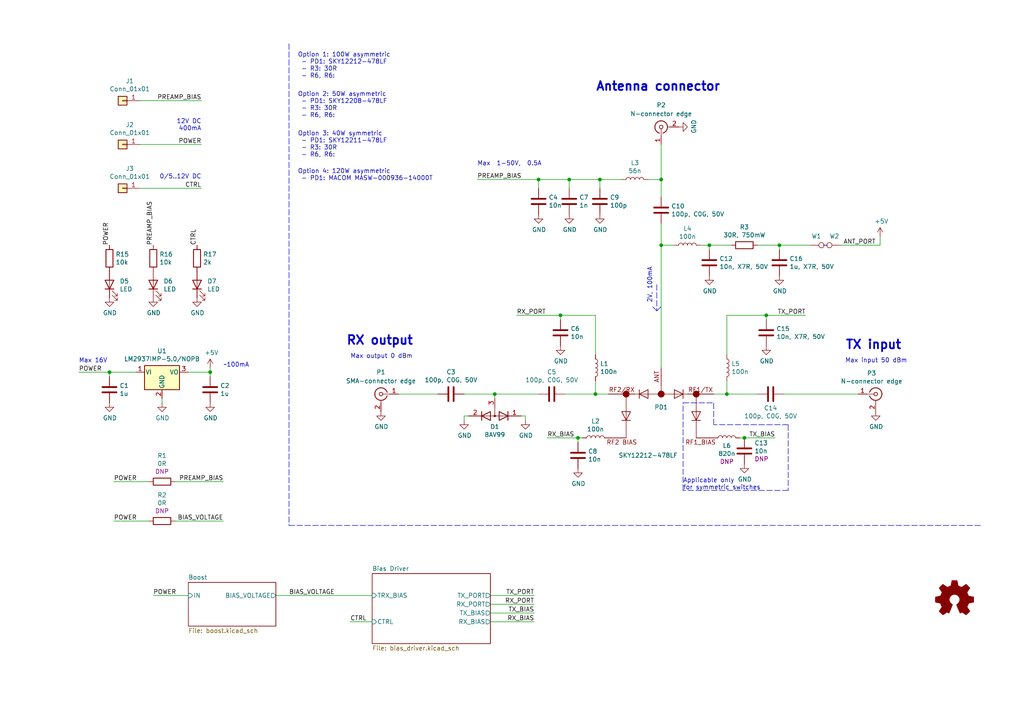
<source format=kicad_sch>
(kicad_sch (version 20211123) (generator eeschema)

  (uuid db36f6e3-e72a-487f-bda9-88cc84536f62)

  (paper "A4")

  (title_block
    (title "PIN Switcher")
    (date "2022-05-03")
    (rev "v1")
    (company "petrinm")
  )

  (lib_symbols
    (symbol "Connector:Conn_Coaxial" (pin_names (offset 1.016) hide) (in_bom yes) (on_board yes)
      (property "Reference" "J" (id 0) (at 0.254 3.048 0)
        (effects (font (size 1.27 1.27)))
      )
      (property "Value" "Conn_Coaxial" (id 1) (at 2.921 0 90)
        (effects (font (size 1.27 1.27)))
      )
      (property "Footprint" "" (id 2) (at 0 0 0)
        (effects (font (size 1.27 1.27)) hide)
      )
      (property "Datasheet" " ~" (id 3) (at 0 0 0)
        (effects (font (size 1.27 1.27)) hide)
      )
      (property "ki_keywords" "BNC SMA SMB SMC LEMO coaxial connector CINCH RCA" (id 4) (at 0 0 0)
        (effects (font (size 1.27 1.27)) hide)
      )
      (property "ki_description" "coaxial connector (BNC, SMA, SMB, SMC, Cinch/RCA, LEMO, ...)" (id 5) (at 0 0 0)
        (effects (font (size 1.27 1.27)) hide)
      )
      (property "ki_fp_filters" "*BNC* *SMA* *SMB* *SMC* *Cinch* *LEMO*" (id 6) (at 0 0 0)
        (effects (font (size 1.27 1.27)) hide)
      )
      (symbol "Conn_Coaxial_0_1"
        (arc (start -1.778 -0.508) (mid 0.222 -1.808) (end 1.778 0)
          (stroke (width 0.254) (type default) (color 0 0 0 0))
          (fill (type none))
        )
        (polyline
          (pts
            (xy -2.54 0)
            (xy -0.508 0)
          )
          (stroke (width 0) (type default) (color 0 0 0 0))
          (fill (type none))
        )
        (polyline
          (pts
            (xy 0 -2.54)
            (xy 0 -1.778)
          )
          (stroke (width 0) (type default) (color 0 0 0 0))
          (fill (type none))
        )
        (circle (center 0 0) (radius 0.508)
          (stroke (width 0.2032) (type default) (color 0 0 0 0))
          (fill (type none))
        )
        (arc (start 1.778 0) (mid 0.222 1.8083) (end -1.778 0.508)
          (stroke (width 0.254) (type default) (color 0 0 0 0))
          (fill (type none))
        )
      )
      (symbol "Conn_Coaxial_1_1"
        (pin passive line (at -5.08 0 0) (length 2.54)
          (name "In" (effects (font (size 1.27 1.27))))
          (number "1" (effects (font (size 1.27 1.27))))
        )
        (pin passive line (at 0 -5.08 90) (length 2.54)
          (name "Ext" (effects (font (size 1.27 1.27))))
          (number "2" (effects (font (size 1.27 1.27))))
        )
      )
    )
    (symbol "Connector:TestPoint" (pin_numbers hide) (pin_names (offset 0.762) hide) (in_bom yes) (on_board yes)
      (property "Reference" "TP" (id 0) (at 0 6.858 0)
        (effects (font (size 1.27 1.27)))
      )
      (property "Value" "TestPoint" (id 1) (at 0 5.08 0)
        (effects (font (size 1.27 1.27)))
      )
      (property "Footprint" "" (id 2) (at 5.08 0 0)
        (effects (font (size 1.27 1.27)) hide)
      )
      (property "Datasheet" "~" (id 3) (at 5.08 0 0)
        (effects (font (size 1.27 1.27)) hide)
      )
      (property "ki_keywords" "test point tp" (id 4) (at 0 0 0)
        (effects (font (size 1.27 1.27)) hide)
      )
      (property "ki_description" "test point" (id 5) (at 0 0 0)
        (effects (font (size 1.27 1.27)) hide)
      )
      (property "ki_fp_filters" "Pin* Test*" (id 6) (at 0 0 0)
        (effects (font (size 1.27 1.27)) hide)
      )
      (symbol "TestPoint_0_1"
        (circle (center 0 3.302) (radius 0.762)
          (stroke (width 0) (type default) (color 0 0 0 0))
          (fill (type none))
        )
      )
      (symbol "TestPoint_1_1"
        (pin passive line (at 0 0 90) (length 2.54)
          (name "1" (effects (font (size 1.27 1.27))))
          (number "1" (effects (font (size 1.27 1.27))))
        )
      )
    )
    (symbol "Connector_Generic:Conn_01x01" (pin_names (offset 1.016) hide) (in_bom yes) (on_board yes)
      (property "Reference" "J" (id 0) (at 0 2.54 0)
        (effects (font (size 1.27 1.27)))
      )
      (property "Value" "Conn_01x01" (id 1) (at 0 -2.54 0)
        (effects (font (size 1.27 1.27)))
      )
      (property "Footprint" "" (id 2) (at 0 0 0)
        (effects (font (size 1.27 1.27)) hide)
      )
      (property "Datasheet" "~" (id 3) (at 0 0 0)
        (effects (font (size 1.27 1.27)) hide)
      )
      (property "ki_keywords" "connector" (id 4) (at 0 0 0)
        (effects (font (size 1.27 1.27)) hide)
      )
      (property "ki_description" "Generic connector, single row, 01x01, script generated (kicad-library-utils/schlib/autogen/connector/)" (id 5) (at 0 0 0)
        (effects (font (size 1.27 1.27)) hide)
      )
      (property "ki_fp_filters" "Connector*:*_1x??_*" (id 6) (at 0 0 0)
        (effects (font (size 1.27 1.27)) hide)
      )
      (symbol "Conn_01x01_1_1"
        (rectangle (start -1.27 0.127) (end 0 -0.127)
          (stroke (width 0.1524) (type default) (color 0 0 0 0))
          (fill (type none))
        )
        (rectangle (start -1.27 1.27) (end 1.27 -1.27)
          (stroke (width 0.254) (type default) (color 0 0 0 0))
          (fill (type background))
        )
        (pin passive line (at -5.08 0 0) (length 3.81)
          (name "Pin_1" (effects (font (size 1.27 1.27))))
          (number "1" (effects (font (size 1.27 1.27))))
        )
      )
    )
    (symbol "Device:C" (pin_numbers hide) (pin_names (offset 0.254)) (in_bom yes) (on_board yes)
      (property "Reference" "C" (id 0) (at 0.635 2.54 0)
        (effects (font (size 1.27 1.27)) (justify left))
      )
      (property "Value" "C" (id 1) (at 0.635 -2.54 0)
        (effects (font (size 1.27 1.27)) (justify left))
      )
      (property "Footprint" "" (id 2) (at 0.9652 -3.81 0)
        (effects (font (size 1.27 1.27)) hide)
      )
      (property "Datasheet" "~" (id 3) (at 0 0 0)
        (effects (font (size 1.27 1.27)) hide)
      )
      (property "ki_keywords" "cap capacitor" (id 4) (at 0 0 0)
        (effects (font (size 1.27 1.27)) hide)
      )
      (property "ki_description" "Unpolarized capacitor" (id 5) (at 0 0 0)
        (effects (font (size 1.27 1.27)) hide)
      )
      (property "ki_fp_filters" "C_*" (id 6) (at 0 0 0)
        (effects (font (size 1.27 1.27)) hide)
      )
      (symbol "C_0_1"
        (polyline
          (pts
            (xy -2.032 -0.762)
            (xy 2.032 -0.762)
          )
          (stroke (width 0.508) (type default) (color 0 0 0 0))
          (fill (type none))
        )
        (polyline
          (pts
            (xy -2.032 0.762)
            (xy 2.032 0.762)
          )
          (stroke (width 0.508) (type default) (color 0 0 0 0))
          (fill (type none))
        )
      )
      (symbol "C_1_1"
        (pin passive line (at 0 3.81 270) (length 2.794)
          (name "~" (effects (font (size 1.27 1.27))))
          (number "1" (effects (font (size 1.27 1.27))))
        )
        (pin passive line (at 0 -3.81 90) (length 2.794)
          (name "~" (effects (font (size 1.27 1.27))))
          (number "2" (effects (font (size 1.27 1.27))))
        )
      )
    )
    (symbol "Device:D_x2_ACom_KKA" (pin_names (offset 0.762) hide) (in_bom yes) (on_board yes)
      (property "Reference" "D" (id 0) (at 1.27 -2.54 0)
        (effects (font (size 1.27 1.27)))
      )
      (property "Value" "Device_D_x2_ACom_KKA" (id 1) (at 0 2.54 0)
        (effects (font (size 1.27 1.27)))
      )
      (property "Footprint" "" (id 2) (at 0 0 0)
        (effects (font (size 1.27 1.27)) hide)
      )
      (property "Datasheet" "" (id 3) (at 0 0 0)
        (effects (font (size 1.27 1.27)) hide)
      )
      (symbol "D_x2_ACom_KKA_0_1"
        (polyline
          (pts
            (xy -3.81 0)
            (xy 3.81 0)
          )
          (stroke (width 0) (type default) (color 0 0 0 0))
          (fill (type none))
        )
        (polyline
          (pts
            (xy 0 0)
            (xy 0 -2.54)
          )
          (stroke (width 0) (type default) (color 0 0 0 0))
          (fill (type none))
        )
        (polyline
          (pts
            (xy -3.81 1.27)
            (xy -3.81 -1.27)
            (xy -3.81 -1.27)
          )
          (stroke (width 0.254) (type default) (color 0 0 0 0))
          (fill (type none))
        )
        (polyline
          (pts
            (xy 3.81 1.27)
            (xy 3.81 -1.27)
            (xy 3.81 -1.27)
          )
          (stroke (width 0.254) (type default) (color 0 0 0 0))
          (fill (type none))
        )
        (polyline
          (pts
            (xy -1.27 -1.27)
            (xy -3.81 0)
            (xy -1.27 1.27)
            (xy -1.27 -1.27)
            (xy -1.27 -1.27)
            (xy -1.27 -1.27)
          )
          (stroke (width 0.254) (type default) (color 0 0 0 0))
          (fill (type none))
        )
        (polyline
          (pts
            (xy 1.27 1.27)
            (xy 3.81 0)
            (xy 1.27 -1.27)
            (xy 1.27 1.27)
            (xy 1.27 1.27)
            (xy 1.27 1.27)
          )
          (stroke (width 0.254) (type default) (color 0 0 0 0))
          (fill (type none))
        )
        (circle (center 0 0) (radius 0.254)
          (stroke (width 0) (type default) (color 0 0 0 0))
          (fill (type outline))
        )
        (pin passive line (at -7.62 0 0) (length 3.81)
          (name "K" (effects (font (size 1.27 1.27))))
          (number "1" (effects (font (size 1.27 1.27))))
        )
        (pin passive line (at 7.62 0 180) (length 3.81)
          (name "K" (effects (font (size 1.27 1.27))))
          (number "2" (effects (font (size 1.27 1.27))))
        )
        (pin passive line (at 0 -5.08 90) (length 2.54)
          (name "A" (effects (font (size 1.27 1.27))))
          (number "3" (effects (font (size 1.27 1.27))))
        )
      )
    )
    (symbol "Device:L" (pin_numbers hide) (pin_names (offset 1.016) hide) (in_bom yes) (on_board yes)
      (property "Reference" "L" (id 0) (at -1.27 0 90)
        (effects (font (size 1.27 1.27)))
      )
      (property "Value" "L" (id 1) (at 1.905 0 90)
        (effects (font (size 1.27 1.27)))
      )
      (property "Footprint" "" (id 2) (at 0 0 0)
        (effects (font (size 1.27 1.27)) hide)
      )
      (property "Datasheet" "~" (id 3) (at 0 0 0)
        (effects (font (size 1.27 1.27)) hide)
      )
      (property "ki_keywords" "inductor choke coil reactor magnetic" (id 4) (at 0 0 0)
        (effects (font (size 1.27 1.27)) hide)
      )
      (property "ki_description" "Inductor" (id 5) (at 0 0 0)
        (effects (font (size 1.27 1.27)) hide)
      )
      (property "ki_fp_filters" "Choke_* *Coil* Inductor_* L_*" (id 6) (at 0 0 0)
        (effects (font (size 1.27 1.27)) hide)
      )
      (symbol "L_0_1"
        (arc (start 0 -2.54) (mid 0.635 -1.905) (end 0 -1.27)
          (stroke (width 0) (type default) (color 0 0 0 0))
          (fill (type none))
        )
        (arc (start 0 -1.27) (mid 0.635 -0.635) (end 0 0)
          (stroke (width 0) (type default) (color 0 0 0 0))
          (fill (type none))
        )
        (arc (start 0 0) (mid 0.635 0.635) (end 0 1.27)
          (stroke (width 0) (type default) (color 0 0 0 0))
          (fill (type none))
        )
        (arc (start 0 1.27) (mid 0.635 1.905) (end 0 2.54)
          (stroke (width 0) (type default) (color 0 0 0 0))
          (fill (type none))
        )
      )
      (symbol "L_1_1"
        (pin passive line (at 0 3.81 270) (length 1.27)
          (name "1" (effects (font (size 1.27 1.27))))
          (number "1" (effects (font (size 1.27 1.27))))
        )
        (pin passive line (at 0 -3.81 90) (length 1.27)
          (name "2" (effects (font (size 1.27 1.27))))
          (number "2" (effects (font (size 1.27 1.27))))
        )
      )
    )
    (symbol "Device:LED" (pin_numbers hide) (pin_names (offset 1.016) hide) (in_bom yes) (on_board yes)
      (property "Reference" "D" (id 0) (at 0 2.54 0)
        (effects (font (size 1.27 1.27)))
      )
      (property "Value" "LED" (id 1) (at 0 -2.54 0)
        (effects (font (size 1.27 1.27)))
      )
      (property "Footprint" "" (id 2) (at 0 0 0)
        (effects (font (size 1.27 1.27)) hide)
      )
      (property "Datasheet" "~" (id 3) (at 0 0 0)
        (effects (font (size 1.27 1.27)) hide)
      )
      (property "ki_keywords" "LED diode" (id 4) (at 0 0 0)
        (effects (font (size 1.27 1.27)) hide)
      )
      (property "ki_description" "Light emitting diode" (id 5) (at 0 0 0)
        (effects (font (size 1.27 1.27)) hide)
      )
      (property "ki_fp_filters" "LED* LED_SMD:* LED_THT:*" (id 6) (at 0 0 0)
        (effects (font (size 1.27 1.27)) hide)
      )
      (symbol "LED_0_1"
        (polyline
          (pts
            (xy -1.27 -1.27)
            (xy -1.27 1.27)
          )
          (stroke (width 0.254) (type default) (color 0 0 0 0))
          (fill (type none))
        )
        (polyline
          (pts
            (xy -1.27 0)
            (xy 1.27 0)
          )
          (stroke (width 0) (type default) (color 0 0 0 0))
          (fill (type none))
        )
        (polyline
          (pts
            (xy 1.27 -1.27)
            (xy 1.27 1.27)
            (xy -1.27 0)
            (xy 1.27 -1.27)
          )
          (stroke (width 0.254) (type default) (color 0 0 0 0))
          (fill (type none))
        )
        (polyline
          (pts
            (xy -3.048 -0.762)
            (xy -4.572 -2.286)
            (xy -3.81 -2.286)
            (xy -4.572 -2.286)
            (xy -4.572 -1.524)
          )
          (stroke (width 0) (type default) (color 0 0 0 0))
          (fill (type none))
        )
        (polyline
          (pts
            (xy -1.778 -0.762)
            (xy -3.302 -2.286)
            (xy -2.54 -2.286)
            (xy -3.302 -2.286)
            (xy -3.302 -1.524)
          )
          (stroke (width 0) (type default) (color 0 0 0 0))
          (fill (type none))
        )
      )
      (symbol "LED_1_1"
        (pin passive line (at -3.81 0 0) (length 2.54)
          (name "K" (effects (font (size 1.27 1.27))))
          (number "1" (effects (font (size 1.27 1.27))))
        )
        (pin passive line (at 3.81 0 180) (length 2.54)
          (name "A" (effects (font (size 1.27 1.27))))
          (number "2" (effects (font (size 1.27 1.27))))
        )
      )
    )
    (symbol "Device:R" (pin_numbers hide) (pin_names (offset 0)) (in_bom yes) (on_board yes)
      (property "Reference" "R" (id 0) (at 2.032 0 90)
        (effects (font (size 1.27 1.27)))
      )
      (property "Value" "R" (id 1) (at 0 0 90)
        (effects (font (size 1.27 1.27)))
      )
      (property "Footprint" "" (id 2) (at -1.778 0 90)
        (effects (font (size 1.27 1.27)) hide)
      )
      (property "Datasheet" "~" (id 3) (at 0 0 0)
        (effects (font (size 1.27 1.27)) hide)
      )
      (property "ki_keywords" "R res resistor" (id 4) (at 0 0 0)
        (effects (font (size 1.27 1.27)) hide)
      )
      (property "ki_description" "Resistor" (id 5) (at 0 0 0)
        (effects (font (size 1.27 1.27)) hide)
      )
      (property "ki_fp_filters" "R_*" (id 6) (at 0 0 0)
        (effects (font (size 1.27 1.27)) hide)
      )
      (symbol "R_0_1"
        (rectangle (start -1.016 -2.54) (end 1.016 2.54)
          (stroke (width 0.254) (type default) (color 0 0 0 0))
          (fill (type none))
        )
      )
      (symbol "R_1_1"
        (pin passive line (at 0 3.81 270) (length 1.27)
          (name "~" (effects (font (size 1.27 1.27))))
          (number "1" (effects (font (size 1.27 1.27))))
        )
        (pin passive line (at 0 -3.81 90) (length 1.27)
          (name "~" (effects (font (size 1.27 1.27))))
          (number "2" (effects (font (size 1.27 1.27))))
        )
      )
    )
    (symbol "Graphic:Logo_Open_Hardware_Small" (pin_names (offset 1.016)) (in_bom yes) (on_board yes)
      (property "Reference" "#LOGO" (id 0) (at 0 6.985 0)
        (effects (font (size 1.27 1.27)) hide)
      )
      (property "Value" "Logo_Open_Hardware_Small" (id 1) (at 0 -5.715 0)
        (effects (font (size 1.27 1.27)) hide)
      )
      (property "Footprint" "" (id 2) (at 0 0 0)
        (effects (font (size 1.27 1.27)) hide)
      )
      (property "Datasheet" "~" (id 3) (at 0 0 0)
        (effects (font (size 1.27 1.27)) hide)
      )
      (property "ki_keywords" "Logo" (id 4) (at 0 0 0)
        (effects (font (size 1.27 1.27)) hide)
      )
      (property "ki_description" "Open Hardware logo, small" (id 5) (at 0 0 0)
        (effects (font (size 1.27 1.27)) hide)
      )
      (symbol "Logo_Open_Hardware_Small_0_1"
        (polyline
          (pts
            (xy 3.3528 -4.3434)
            (xy 3.302 -4.318)
            (xy 3.175 -4.2418)
            (xy 2.9972 -4.1148)
            (xy 2.7686 -3.9624)
            (xy 2.54 -3.81)
            (xy 2.3622 -3.7084)
            (xy 2.2352 -3.6068)
            (xy 2.1844 -3.5814)
            (xy 2.159 -3.6068)
            (xy 2.0574 -3.6576)
            (xy 1.905 -3.7338)
            (xy 1.8034 -3.7846)
            (xy 1.6764 -3.8354)
            (xy 1.6002 -3.8354)
            (xy 1.6002 -3.8354)
            (xy 1.5494 -3.7338)
            (xy 1.4732 -3.5306)
            (xy 1.3462 -3.302)
            (xy 1.2446 -3.0226)
            (xy 1.1176 -2.7178)
            (xy 0.9652 -2.413)
            (xy 0.8636 -2.1082)
            (xy 0.7366 -1.8288)
            (xy 0.6604 -1.6256)
            (xy 0.6096 -1.4732)
            (xy 0.5842 -1.397)
            (xy 0.5842 -1.397)
            (xy 0.6604 -1.3208)
            (xy 0.7874 -1.2446)
            (xy 1.0414 -1.016)
            (xy 1.2954 -0.6858)
            (xy 1.4478 -0.3302)
            (xy 1.524 0.0762)
            (xy 1.4732 0.4572)
            (xy 1.3208 0.8128)
            (xy 1.0668 1.143)
            (xy 0.762 1.3716)
            (xy 0.4064 1.524)
            (xy 0 1.5748)
            (xy -0.381 1.5494)
            (xy -0.7366 1.397)
            (xy -1.0668 1.143)
            (xy -1.2192 0.9906)
            (xy -1.397 0.6604)
            (xy -1.524 0.3048)
            (xy -1.524 0.2286)
            (xy -1.4986 -0.1778)
            (xy -1.397 -0.5334)
            (xy -1.1938 -0.8636)
            (xy -0.9144 -1.143)
            (xy -0.8636 -1.1684)
            (xy -0.7366 -1.27)
            (xy -0.635 -1.3462)
            (xy -0.5842 -1.397)
            (xy -1.0668 -2.5908)
            (xy -1.143 -2.794)
            (xy -1.2954 -3.1242)
            (xy -1.397 -3.4036)
            (xy -1.4986 -3.6322)
            (xy -1.5748 -3.7846)
            (xy -1.6002 -3.8354)
            (xy -1.6002 -3.8354)
            (xy -1.651 -3.8354)
            (xy -1.7272 -3.81)
            (xy -1.905 -3.7338)
            (xy -2.0066 -3.683)
            (xy -2.1336 -3.6068)
            (xy -2.2098 -3.5814)
            (xy -2.2606 -3.6068)
            (xy -2.3622 -3.683)
            (xy -2.54 -3.81)
            (xy -2.7686 -3.9624)
            (xy -2.9718 -4.0894)
            (xy -3.1496 -4.2164)
            (xy -3.302 -4.318)
            (xy -3.3528 -4.3434)
            (xy -3.3782 -4.3434)
            (xy -3.429 -4.318)
            (xy -3.5306 -4.2164)
            (xy -3.7084 -4.064)
            (xy -3.937 -3.8354)
            (xy -3.9624 -3.81)
            (xy -4.1656 -3.6068)
            (xy -4.318 -3.4544)
            (xy -4.4196 -3.3274)
            (xy -4.445 -3.2766)
            (xy -4.445 -3.2766)
            (xy -4.4196 -3.2258)
            (xy -4.318 -3.0734)
            (xy -4.2164 -2.8956)
            (xy -4.064 -2.667)
            (xy -3.6576 -2.0828)
            (xy -3.8862 -1.5494)
            (xy -3.937 -1.3716)
            (xy -4.0386 -1.1684)
            (xy -4.0894 -1.0414)
            (xy -4.1148 -0.9652)
            (xy -4.191 -0.9398)
            (xy -4.318 -0.9144)
            (xy -4.5466 -0.8636)
            (xy -4.8006 -0.8128)
            (xy -5.0546 -0.7874)
            (xy -5.2578 -0.7366)
            (xy -5.4356 -0.7112)
            (xy -5.5118 -0.6858)
            (xy -5.5118 -0.6858)
            (xy -5.5372 -0.635)
            (xy -5.5372 -0.5588)
            (xy -5.5372 -0.4318)
            (xy -5.5626 -0.2286)
            (xy -5.5626 0.0762)
            (xy -5.5626 0.127)
            (xy -5.5372 0.4064)
            (xy -5.5372 0.635)
            (xy -5.5372 0.762)
            (xy -5.5372 0.8382)
            (xy -5.5372 0.8382)
            (xy -5.461 0.8382)
            (xy -5.3086 0.889)
            (xy -5.08 0.9144)
            (xy -4.826 0.9652)
            (xy -4.8006 0.9906)
            (xy -4.5466 1.0414)
            (xy -4.318 1.0668)
            (xy -4.1656 1.1176)
            (xy -4.0894 1.143)
            (xy -4.0894 1.143)
            (xy -4.0386 1.2446)
            (xy -3.9624 1.4224)
            (xy -3.8608 1.6256)
            (xy -3.7846 1.8288)
            (xy -3.7084 2.0066)
            (xy -3.6576 2.159)
            (xy -3.6322 2.2098)
            (xy -3.6322 2.2098)
            (xy -3.683 2.286)
            (xy -3.7592 2.413)
            (xy -3.8862 2.5908)
            (xy -4.064 2.8194)
            (xy -4.064 2.8448)
            (xy -4.2164 3.0734)
            (xy -4.3434 3.2512)
            (xy -4.4196 3.3782)
            (xy -4.445 3.4544)
            (xy -4.445 3.4544)
            (xy -4.3942 3.5052)
            (xy -4.2926 3.6322)
            (xy -4.1148 3.81)
            (xy -3.937 4.0132)
            (xy -3.8608 4.064)
            (xy -3.6576 4.2926)
            (xy -3.5052 4.4196)
            (xy -3.4036 4.4958)
            (xy -3.3528 4.5212)
            (xy -3.3528 4.5212)
            (xy -3.302 4.4704)
            (xy -3.1496 4.3688)
            (xy -2.9718 4.2418)
            (xy -2.7432 4.0894)
            (xy -2.7178 4.0894)
            (xy -2.4892 3.937)
            (xy -2.3114 3.81)
            (xy -2.1844 3.7084)
            (xy -2.1336 3.683)
            (xy -2.1082 3.683)
            (xy -2.032 3.7084)
            (xy -1.8542 3.7592)
            (xy -1.6764 3.8354)
            (xy -1.4732 3.937)
            (xy -1.27 4.0132)
            (xy -1.143 4.064)
            (xy -1.0668 4.1148)
            (xy -1.0668 4.1148)
            (xy -1.0414 4.191)
            (xy -1.016 4.3434)
            (xy -0.9652 4.572)
            (xy -0.9144 4.8514)
            (xy -0.889 4.9022)
            (xy -0.8382 5.1562)
            (xy -0.8128 5.3848)
            (xy -0.7874 5.5372)
            (xy -0.762 5.588)
            (xy -0.7112 5.6134)
            (xy -0.5842 5.6134)
            (xy -0.4064 5.6134)
            (xy -0.1524 5.6134)
            (xy 0.0762 5.6134)
            (xy 0.3302 5.6134)
            (xy 0.5334 5.6134)
            (xy 0.6858 5.588)
            (xy 0.7366 5.588)
            (xy 0.7366 5.588)
            (xy 0.762 5.5118)
            (xy 0.8128 5.334)
            (xy 0.8382 5.1054)
            (xy 0.9144 4.826)
            (xy 0.9144 4.7752)
            (xy 0.9652 4.5212)
            (xy 1.016 4.2926)
            (xy 1.0414 4.1402)
            (xy 1.0668 4.0894)
            (xy 1.0668 4.0894)
            (xy 1.1938 4.0386)
            (xy 1.3716 3.9624)
            (xy 1.5748 3.8608)
            (xy 2.0828 3.6576)
            (xy 2.7178 4.0894)
            (xy 2.7686 4.1402)
            (xy 2.9972 4.2926)
            (xy 3.175 4.4196)
            (xy 3.302 4.4958)
            (xy 3.3782 4.5212)
            (xy 3.3782 4.5212)
            (xy 3.429 4.4704)
            (xy 3.556 4.3434)
            (xy 3.7338 4.191)
            (xy 3.9116 3.9878)
            (xy 4.064 3.8354)
            (xy 4.2418 3.6576)
            (xy 4.3434 3.556)
            (xy 4.4196 3.4798)
            (xy 4.4196 3.429)
            (xy 4.4196 3.4036)
            (xy 4.3942 3.3274)
            (xy 4.2926 3.2004)
            (xy 4.1656 2.9972)
            (xy 4.0132 2.794)
            (xy 3.8862 2.5908)
            (xy 3.7592 2.3876)
            (xy 3.6576 2.2352)
            (xy 3.6322 2.159)
            (xy 3.6322 2.1336)
            (xy 3.683 2.0066)
            (xy 3.7592 1.8288)
            (xy 3.8608 1.6002)
            (xy 4.064 1.1176)
            (xy 4.3942 1.0414)
            (xy 4.5974 1.016)
            (xy 4.8768 0.9652)
            (xy 5.1308 0.9144)
            (xy 5.5372 0.8382)
            (xy 5.5626 -0.6604)
            (xy 5.4864 -0.6858)
            (xy 5.4356 -0.6858)
            (xy 5.2832 -0.7366)
            (xy 5.0546 -0.762)
            (xy 4.8006 -0.8128)
            (xy 4.5974 -0.8636)
            (xy 4.3688 -0.9144)
            (xy 4.2164 -0.9398)
            (xy 4.1402 -0.9398)
            (xy 4.1148 -0.9652)
            (xy 4.064 -1.0668)
            (xy 3.9878 -1.2446)
            (xy 3.9116 -1.4478)
            (xy 3.81 -1.651)
            (xy 3.7338 -1.8542)
            (xy 3.683 -2.0066)
            (xy 3.6576 -2.0828)
            (xy 3.683 -2.1336)
            (xy 3.7846 -2.2606)
            (xy 3.8862 -2.4638)
            (xy 4.0386 -2.667)
            (xy 4.191 -2.8956)
            (xy 4.318 -3.0734)
            (xy 4.3942 -3.2004)
            (xy 4.445 -3.2766)
            (xy 4.4196 -3.3274)
            (xy 4.3434 -3.429)
            (xy 4.1656 -3.5814)
            (xy 3.937 -3.8354)
            (xy 3.8862 -3.8608)
            (xy 3.683 -4.064)
            (xy 3.5306 -4.2164)
            (xy 3.4036 -4.318)
            (xy 3.3528 -4.3434)
          )
          (stroke (width 0) (type default) (color 0 0 0 0))
          (fill (type outline))
        )
      )
    )
    (symbol "PIN_Switcher:SKY12212-478LF" (pin_numbers hide) (pin_names (offset 1.016) hide) (in_bom yes) (on_board yes)
      (property "Reference" "PD" (id 0) (at 0 20.32 0)
        (effects (font (size 1.27 1.27)))
      )
      (property "Value" "SKY12212-478LF" (id 1) (at 0 17.78 0)
        (effects (font (size 1.27 1.27)))
      )
      (property "Footprint" "Package_DFN_QFN:QFN-16-1EP_4x4mm_P0.65mm_EP2.15x2.15mm_ThermalVias" (id 2) (at 0 15.24 0)
        (effects (font (size 1.27 1.27)) hide)
      )
      (property "Datasheet" "https://www.skyworksinc.com/-/media/SkyWorks/Documents/Products/1701-1800/SKY12212_478LF_202368E.pdf" (id 3) (at -1.27 0 0)
        (effects (font (size 1.27 1.27)) hide)
      )
      (property "ki_description" "0.05 to 2.70 GHz, 100 W High Power Silicon PIN Diode SPDT Switch" (id 4) (at 0 0 0)
        (effects (font (size 1.27 1.27)) hide)
      )
      (symbol "SKY12212-478LF_0_0"
        (polyline
          (pts
            (xy -10.16 -7.62)
            (xy -10.16 -12.7)
          )
          (stroke (width 0.1524) (type default) (color 0 0 0 0))
          (fill (type none))
        )
        (polyline
          (pts
            (xy -10.16 -5.08)
            (xy -10.16 0)
          )
          (stroke (width 0.1524) (type default) (color 0 0 0 0))
          (fill (type none))
        )
        (polyline
          (pts
            (xy 10.16 -7.62)
            (xy 10.16 -12.7)
          )
          (stroke (width 0.1524) (type default) (color 0 0 0 0))
          (fill (type none))
        )
        (polyline
          (pts
            (xy 10.16 -5.08)
            (xy 10.16 0)
          )
          (stroke (width 0.1524) (type default) (color 0 0 0 0))
          (fill (type none))
        )
        (text "ANT" (at -1.27 5.08 900)
          (effects (font (size 1.27 1.27)))
        )
        (text "RF1/TX" (at 11.43 1.27 0)
          (effects (font (size 1.27 1.27)))
        )
        (text "RF1_BIAS" (at 11.43 -13.97 0)
          (effects (font (size 1.27 1.27)))
        )
        (text "RF2 BIAS" (at -11.43 -13.97 0)
          (effects (font (size 1.27 1.27)))
        )
        (text "RF2/RX" (at -11.43 1.27 0)
          (effects (font (size 1.27 1.27)))
        )
      )
      (symbol "SKY12212-478LF_0_1"
        (circle (center 0 0) (radius 0.0001)
          (stroke (width 0.9906) (type default) (color 0 0 0 0))
          (fill (type none))
        )
        (polyline
          (pts
            (xy -7.62 0)
            (xy -10.16 0)
          )
          (stroke (width 0) (type default) (color 0 0 0 0))
          (fill (type none))
        )
        (polyline
          (pts
            (xy -6.35 0)
            (xy -8.89 0)
          )
          (stroke (width 0) (type default) (color 0 0 0 0))
          (fill (type none))
        )
        (polyline
          (pts
            (xy -3.81 0)
            (xy 3.81 0)
          )
          (stroke (width 0) (type default) (color 0 0 0 0))
          (fill (type none))
        )
        (polyline
          (pts
            (xy 0 0)
            (xy 0 2.54)
          )
          (stroke (width 0) (type default) (color 0 0 0 0))
          (fill (type none))
        )
        (polyline
          (pts
            (xy 3.81 7.62)
            (xy 3.81 7.62)
          )
          (stroke (width 0) (type default) (color 0 0 0 0))
          (fill (type none))
        )
        (polyline
          (pts
            (xy 6.35 0)
            (xy 8.89 0)
          )
          (stroke (width 0) (type default) (color 0 0 0 0))
          (fill (type none))
        )
        (circle (center 10.16 0) (radius 0.0001)
          (stroke (width 0.9906) (type default) (color 0 0 0 0))
          (fill (type none))
        )
      )
      (symbol "SKY12212-478LF_1_1"
        (circle (center -10.16 0) (radius 0.0001)
          (stroke (width 0.9906) (type default) (color 0 0 0 0))
          (fill (type none))
        )
        (polyline
          (pts
            (xy -11.43 -7.62)
            (xy -8.89 -7.62)
          )
          (stroke (width 0.2032) (type default) (color 0 0 0 0))
          (fill (type none))
        )
        (polyline
          (pts
            (xy -10.16 -5.08)
            (xy -10.16 -7.62)
          )
          (stroke (width 0) (type default) (color 0 0 0 0))
          (fill (type none))
        )
        (polyline
          (pts
            (xy -6.35 1.27)
            (xy -6.35 -1.27)
          )
          (stroke (width 0.2032) (type default) (color 0 0 0 0))
          (fill (type none))
        )
        (polyline
          (pts
            (xy -3.81 0)
            (xy -6.35 0)
          )
          (stroke (width 0) (type default) (color 0 0 0 0))
          (fill (type none))
        )
        (polyline
          (pts
            (xy 3.81 0)
            (xy 6.35 0)
          )
          (stroke (width 0) (type default) (color 0 0 0 0))
          (fill (type none))
        )
        (polyline
          (pts
            (xy 6.35 -1.27)
            (xy 6.35 1.27)
          )
          (stroke (width 0.2032) (type default) (color 0 0 0 0))
          (fill (type none))
        )
        (polyline
          (pts
            (xy 7.62 0)
            (xy 10.16 0)
          )
          (stroke (width 0) (type default) (color 0 0 0 0))
          (fill (type none))
        )
        (polyline
          (pts
            (xy 8.89 -7.62)
            (xy 11.43 -7.62)
          )
          (stroke (width 0.2032) (type default) (color 0 0 0 0))
          (fill (type none))
        )
        (polyline
          (pts
            (xy 10.16 -5.08)
            (xy 10.16 -7.62)
          )
          (stroke (width 0) (type default) (color 0 0 0 0))
          (fill (type none))
        )
        (polyline
          (pts
            (xy -11.43 -5.08)
            (xy -8.89 -5.08)
            (xy -10.16 -7.62)
            (xy -11.43 -5.08)
          )
          (stroke (width 0.2032) (type default) (color 0 0 0 0))
          (fill (type none))
        )
        (polyline
          (pts
            (xy -3.81 1.27)
            (xy -3.81 -1.27)
            (xy -6.35 0)
            (xy -3.81 1.27)
          )
          (stroke (width 0.2032) (type default) (color 0 0 0 0))
          (fill (type none))
        )
        (polyline
          (pts
            (xy 3.81 -1.27)
            (xy 3.81 1.27)
            (xy 6.35 0)
            (xy 3.81 -1.27)
          )
          (stroke (width 0.2032) (type default) (color 0 0 0 0))
          (fill (type none))
        )
        (polyline
          (pts
            (xy 8.89 -5.08)
            (xy 11.43 -5.08)
            (xy 10.16 -7.62)
            (xy 8.89 -5.08)
          )
          (stroke (width 0.2032) (type default) (color 0 0 0 0))
          (fill (type none))
        )
        (pin power_in line (at 0 -12.7 90) (length 5.08) hide
          (name "GND" (effects (font (size 1.27 1.27))))
          (number "1" (effects (font (size 1.27 1.27))))
        )
        (pin no_connect line (at 0 -12.7 90) (length 5.08) hide
          (name "NC" (effects (font (size 1.27 1.27))))
          (number "10" (effects (font (size 1.27 1.27))))
        )
        (pin passive line (at 15.24 -12.7 180) (length 5.08)
          (name "BIAS2" (effects (font (size 1.27 1.27))))
          (number "11" (effects (font (size 1.27 1.27))))
        )
        (pin no_connect line (at 0 -12.7 90) (length 5.08) hide
          (name "NC" (effects (font (size 1.27 1.27))))
          (number "12" (effects (font (size 1.27 1.27))))
        )
        (pin power_in line (at 0 -12.7 90) (length 5.08) hide
          (name "GND" (effects (font (size 1.27 1.27))))
          (number "13" (effects (font (size 1.27 1.27))))
        )
        (pin passive line (at 15.24 0 180) (length 5.08)
          (name "TX" (effects (font (size 1.27 1.27))))
          (number "14" (effects (font (size 1.27 1.27))))
        )
        (pin power_in line (at 0 -12.7 90) (length 5.08) hide
          (name "GND" (effects (font (size 1.27 1.27))))
          (number "15" (effects (font (size 1.27 1.27))))
        )
        (pin no_connect line (at 0 -12.7 90) (length 5.08) hide
          (name "NC" (effects (font (size 1.27 1.27))))
          (number "16" (effects (font (size 1.27 1.27))))
        )
        (pin power_in line (at 0 -12.7 90) (length 5.08) hide
          (name "GND" (effects (font (size 1.27 1.27))))
          (number "17" (effects (font (size 1.27 1.27))))
        )
        (pin passive line (at 0 7.62 270) (length 5.08)
          (name "RFC/ANT" (effects (font (size 1.27 1.27))))
          (number "2" (effects (font (size 1.27 1.27))))
        )
        (pin power_in line (at 0 -12.7 90) (length 5.08) hide
          (name "GND" (effects (font (size 1.27 1.27))))
          (number "3" (effects (font (size 1.27 1.27))))
        )
        (pin no_connect line (at 0 -12.7 90) (length 5.08) hide
          (name "NC" (effects (font (size 1.27 1.27))))
          (number "4" (effects (font (size 1.27 1.27))))
        )
        (pin no_connect line (at 0 -12.7 90) (length 5.08) hide
          (name "NC" (effects (font (size 1.27 1.27))))
          (number "5" (effects (font (size 1.27 1.27))))
        )
        (pin power_in line (at 0 -12.7 90) (length 5.08) hide
          (name "GND" (effects (font (size 1.27 1.27))))
          (number "6" (effects (font (size 1.27 1.27))))
        )
        (pin passive line (at -15.24 0 0) (length 5.08)
          (name "RX" (effects (font (size 1.27 1.27))))
          (number "7" (effects (font (size 1.27 1.27))))
        )
        (pin power_in line (at 0 -12.7 90) (length 5.08) hide
          (name "GND" (effects (font (size 1.27 1.27))))
          (number "8" (effects (font (size 1.27 1.27))))
        )
        (pin passive line (at -15.24 -12.7 0) (length 5.08)
          (name "RX_BIAS" (effects (font (size 1.27 1.27))))
          (number "9" (effects (font (size 1.27 1.27))))
        )
      )
    )
    (symbol "Regulator_Linear:LM2937xMP" (pin_names (offset 0.254)) (in_bom yes) (on_board yes)
      (property "Reference" "U" (id 0) (at -3.81 3.175 0)
        (effects (font (size 1.27 1.27)))
      )
      (property "Value" "LM2937xMP" (id 1) (at 0 3.175 0)
        (effects (font (size 1.27 1.27)) (justify left))
      )
      (property "Footprint" "Package_TO_SOT_SMD:SOT-223-3_TabPin2" (id 2) (at 0 5.715 0)
        (effects (font (size 1.27 1.27) italic) hide)
      )
      (property "Datasheet" "http://www.ti.com/lit/ds/symlink/lm2937.pdf" (id 3) (at 0 -1.27 0)
        (effects (font (size 1.27 1.27)) hide)
      )
      (property "ki_keywords" "Voltage Regulator Low Dropuout Positive LDO" (id 4) (at 0 0 0)
        (effects (font (size 1.27 1.27)) hide)
      )
      (property "ki_description" "500-mA Low Dropout Regulator, SOT-223" (id 5) (at 0 0 0)
        (effects (font (size 1.27 1.27)) hide)
      )
      (property "ki_fp_filters" "SOT?223*" (id 6) (at 0 0 0)
        (effects (font (size 1.27 1.27)) hide)
      )
      (symbol "LM2937xMP_0_1"
        (rectangle (start -5.08 -5.08) (end 5.08 1.905)
          (stroke (width 0.254) (type default) (color 0 0 0 0))
          (fill (type background))
        )
      )
      (symbol "LM2937xMP_1_1"
        (pin power_in line (at -7.62 0 0) (length 2.54)
          (name "VI" (effects (font (size 1.27 1.27))))
          (number "1" (effects (font (size 1.27 1.27))))
        )
        (pin power_in line (at 0 -7.62 90) (length 2.54)
          (name "GND" (effects (font (size 1.27 1.27))))
          (number "2" (effects (font (size 1.27 1.27))))
        )
        (pin power_out line (at 7.62 0 180) (length 2.54)
          (name "VO" (effects (font (size 1.27 1.27))))
          (number "3" (effects (font (size 1.27 1.27))))
        )
      )
    )
    (symbol "power:+5V" (power) (pin_names (offset 0)) (in_bom yes) (on_board yes)
      (property "Reference" "#PWR" (id 0) (at 0 -3.81 0)
        (effects (font (size 1.27 1.27)) hide)
      )
      (property "Value" "+5V" (id 1) (at 0 3.556 0)
        (effects (font (size 1.27 1.27)))
      )
      (property "Footprint" "" (id 2) (at 0 0 0)
        (effects (font (size 1.27 1.27)) hide)
      )
      (property "Datasheet" "" (id 3) (at 0 0 0)
        (effects (font (size 1.27 1.27)) hide)
      )
      (property "ki_keywords" "power-flag" (id 4) (at 0 0 0)
        (effects (font (size 1.27 1.27)) hide)
      )
      (property "ki_description" "Power symbol creates a global label with name \"+5V\"" (id 5) (at 0 0 0)
        (effects (font (size 1.27 1.27)) hide)
      )
      (symbol "+5V_0_1"
        (polyline
          (pts
            (xy -0.762 1.27)
            (xy 0 2.54)
          )
          (stroke (width 0) (type default) (color 0 0 0 0))
          (fill (type none))
        )
        (polyline
          (pts
            (xy 0 0)
            (xy 0 2.54)
          )
          (stroke (width 0) (type default) (color 0 0 0 0))
          (fill (type none))
        )
        (polyline
          (pts
            (xy 0 2.54)
            (xy 0.762 1.27)
          )
          (stroke (width 0) (type default) (color 0 0 0 0))
          (fill (type none))
        )
      )
      (symbol "+5V_1_1"
        (pin power_in line (at 0 0 90) (length 0) hide
          (name "+5V" (effects (font (size 1.27 1.27))))
          (number "1" (effects (font (size 1.27 1.27))))
        )
      )
    )
    (symbol "power:GND" (power) (pin_names (offset 0)) (in_bom yes) (on_board yes)
      (property "Reference" "#PWR" (id 0) (at 0 -6.35 0)
        (effects (font (size 1.27 1.27)) hide)
      )
      (property "Value" "GND" (id 1) (at 0 -3.81 0)
        (effects (font (size 1.27 1.27)))
      )
      (property "Footprint" "" (id 2) (at 0 0 0)
        (effects (font (size 1.27 1.27)) hide)
      )
      (property "Datasheet" "" (id 3) (at 0 0 0)
        (effects (font (size 1.27 1.27)) hide)
      )
      (property "ki_keywords" "power-flag" (id 4) (at 0 0 0)
        (effects (font (size 1.27 1.27)) hide)
      )
      (property "ki_description" "Power symbol creates a global label with name \"GND\" , ground" (id 5) (at 0 0 0)
        (effects (font (size 1.27 1.27)) hide)
      )
      (symbol "GND_0_1"
        (polyline
          (pts
            (xy 0 0)
            (xy 0 -1.27)
            (xy 1.27 -1.27)
            (xy 0 -2.54)
            (xy -1.27 -1.27)
            (xy 0 -1.27)
          )
          (stroke (width 0) (type default) (color 0 0 0 0))
          (fill (type none))
        )
      )
      (symbol "GND_1_1"
        (pin power_in line (at 0 0 270) (length 0) hide
          (name "GND" (effects (font (size 1.27 1.27))))
          (number "1" (effects (font (size 1.27 1.27))))
        )
      )
    )
  )

  (junction (at 156.21 52.07) (diameter 0) (color 0 0 0 0)
    (uuid 00f3ea8b-8a54-4e56-84ff-d98f6c00496c)
  )
  (junction (at 60.96 107.95) (diameter 0) (color 0 0 0 0)
    (uuid 0cc45b5b-96b3-4284-9cae-a3a9e324a916)
  )
  (junction (at 165.1 52.07) (diameter 0) (color 0 0 0 0)
    (uuid 221bef83-3ea7-4d3f-adeb-53a8a07c6273)
  )
  (junction (at 31.75 107.95) (diameter 0) (color 0 0 0 0)
    (uuid 2e90e294-82e1-45da-9bf1-b91dfe0dc8f6)
  )
  (junction (at 191.77 71.12) (diameter 0) (color 0 0 0 0)
    (uuid 63c56ea4-91a3-4172-b9de-a4388cc8f894)
  )
  (junction (at 167.64 127) (diameter 0) (color 0 0 0 0)
    (uuid 9193c41e-d425-447d-b95c-6986d66ea01c)
  )
  (junction (at 226.06 71.12) (diameter 0) (color 0 0 0 0)
    (uuid 955cc99e-a129-42cf-abc7-aa99813fdb5f)
  )
  (junction (at 222.25 91.44) (diameter 0) (color 0 0 0 0)
    (uuid 9aedbb9e-8340-4899-b813-05b23382a36b)
  )
  (junction (at 210.82 114.3) (diameter 0) (color 0 0 0 0)
    (uuid a5e521b9-814e-4853-a5ac-f158785c6269)
  )
  (junction (at 162.56 91.44) (diameter 0) (color 0 0 0 0)
    (uuid afd38b10-2eca-4abe-aed1-a96fb07ffdbe)
  )
  (junction (at 173.99 52.07) (diameter 0) (color 0 0 0 0)
    (uuid b6cd701f-4223-4e72-a305-466869ccb250)
  )
  (junction (at 172.72 114.3) (diameter 0) (color 0 0 0 0)
    (uuid c1c799a0-3c93-493a-9ad7-8a0561bc69ee)
  )
  (junction (at 215.9 127) (diameter 0) (color 0 0 0 0)
    (uuid c3b3d7f4-943f-4cff-b180-87ef3e1bcbff)
  )
  (junction (at 143.51 114.3) (diameter 0) (color 0 0 0 0)
    (uuid c7af8405-da2e-4a34-b9b8-518f342f8995)
  )
  (junction (at 205.74 71.12) (diameter 0) (color 0 0 0 0)
    (uuid c8fd9dd3-06ad-4146-9239-0065013959ef)
  )
  (junction (at 191.77 52.07) (diameter 0) (color 0 0 0 0)
    (uuid d7e4abd8-69f5-4706-b12e-898194e5bf56)
  )

  (polyline (pts (xy 190.5 90.17) (xy 191.77 88.9))
    (stroke (width 0) (type default) (color 0 0 0 0))
    (uuid 008da5b9-6f95-4113-b7d0-d93ac62efd33)
  )

  (wire (pts (xy 64.77 151.13) (xy 50.8 151.13))
    (stroke (width 0) (type default) (color 0 0 0 0))
    (uuid 009a4fb4-fcc0-4623-ae5d-c1bae3219583)
  )
  (wire (pts (xy 165.1 54.61) (xy 165.1 52.07))
    (stroke (width 0) (type default) (color 0 0 0 0))
    (uuid 009b5465-0a65-4237-93e7-eb65321eeb18)
  )
  (wire (pts (xy 134.62 120.65) (xy 134.62 121.92))
    (stroke (width 0) (type default) (color 0 0 0 0))
    (uuid 026ac84e-b8b2-4dd2-b675-8323c24fd778)
  )
  (polyline (pts (xy 83.82 12.7) (xy 83.82 152.4))
    (stroke (width 0) (type default) (color 0 0 0 0))
    (uuid 03c7f780-fc1b-487a-b30d-567d6c09fdc8)
  )

  (wire (pts (xy 226.06 71.12) (xy 234.95 71.12))
    (stroke (width 0) (type default) (color 0 0 0 0))
    (uuid 04cf2f2c-74bf-400d-b4f6-201720df00ed)
  )
  (wire (pts (xy 195.58 71.12) (xy 191.77 71.12))
    (stroke (width 0) (type default) (color 0 0 0 0))
    (uuid 057af6bb-cf6f-4bfb-b0c0-2e92a2c09a47)
  )
  (wire (pts (xy 135.89 120.65) (xy 134.62 120.65))
    (stroke (width 0) (type default) (color 0 0 0 0))
    (uuid 0bcafe80-ffba-4f1e-ae51-95a595b006db)
  )
  (wire (pts (xy 142.24 172.72) (xy 154.94 172.72))
    (stroke (width 0) (type default) (color 0 0 0 0))
    (uuid 0ce8d3ab-2662-4158-8a2a-18b782908fc5)
  )
  (wire (pts (xy 205.74 72.39) (xy 205.74 71.12))
    (stroke (width 0) (type default) (color 0 0 0 0))
    (uuid 1171ce37-6ad7-4662-bb68-5592c945ebf3)
  )
  (wire (pts (xy 191.77 71.12) (xy 191.77 106.68))
    (stroke (width 0) (type default) (color 0 0 0 0))
    (uuid 180245d9-4a3f-4d1b-adcc-b4eafac722e0)
  )
  (wire (pts (xy 46.99 116.84) (xy 46.99 115.57))
    (stroke (width 0) (type default) (color 0 0 0 0))
    (uuid 18c61c95-8af1-4986-b67e-c7af9c15ab6b)
  )
  (wire (pts (xy 219.71 71.12) (xy 226.06 71.12))
    (stroke (width 0) (type default) (color 0 0 0 0))
    (uuid 1bdd5841-68b7-42e2-9447-cbdb608d8a08)
  )
  (wire (pts (xy 162.56 91.44) (xy 172.72 91.44))
    (stroke (width 0) (type default) (color 0 0 0 0))
    (uuid 1fbb0219-551e-409b-a61b-76e8cebdfb9d)
  )
  (wire (pts (xy 172.72 114.3) (xy 172.72 110.49))
    (stroke (width 0) (type default) (color 0 0 0 0))
    (uuid 262f1ea9-0133-4b43-be36-456207ea857c)
  )
  (wire (pts (xy 167.64 127) (xy 168.91 127))
    (stroke (width 0) (type default) (color 0 0 0 0))
    (uuid 27d56953-c620-4d5b-9c1c-e48bc3d9684a)
  )
  (wire (pts (xy 191.77 52.07) (xy 191.77 57.15))
    (stroke (width 0) (type default) (color 0 0 0 0))
    (uuid 2878a73c-5447-4cd9-8194-14f52ab9459c)
  )
  (wire (pts (xy 154.94 175.26) (xy 142.24 175.26))
    (stroke (width 0) (type default) (color 0 0 0 0))
    (uuid 29195ea4-8218-44a1-b4bf-466bee0082e4)
  )
  (wire (pts (xy 33.02 151.13) (xy 43.18 151.13))
    (stroke (width 0) (type default) (color 0 0 0 0))
    (uuid 2dc54bac-8640-4dd7-b8ed-3c7acb01a8ea)
  )
  (wire (pts (xy 224.79 127) (xy 215.9 127))
    (stroke (width 0) (type default) (color 0 0 0 0))
    (uuid 30c33e3e-fb78-498d-bffe-76273d527004)
  )
  (wire (pts (xy 143.51 114.3) (xy 156.21 114.3))
    (stroke (width 0) (type default) (color 0 0 0 0))
    (uuid 34cdc1c9-c9e2-44c4-9677-c1c7d7efd83d)
  )
  (polyline (pts (xy 198.12 142.24) (xy 198.12 116.84))
    (stroke (width 0) (type default) (color 0 0 0 0))
    (uuid 3f8a5430-68a9-4732-9b89-4e00dd8ae219)
  )
  (polyline (pts (xy 228.6 142.24) (xy 198.12 142.24))
    (stroke (width 0) (type default) (color 0 0 0 0))
    (uuid 42ff012d-5eb7-42b9-bb45-415cf26799c6)
  )

  (wire (pts (xy 191.77 52.07) (xy 191.77 41.91))
    (stroke (width 0) (type default) (color 0 0 0 0))
    (uuid 44646447-0a8e-4aec-a74e-22bf765d0f33)
  )
  (wire (pts (xy 162.56 92.71) (xy 162.56 91.44))
    (stroke (width 0) (type default) (color 0 0 0 0))
    (uuid 477892a1-722e-4cda-bb6c-fcdb8ba5f93e)
  )
  (wire (pts (xy 127 114.3) (xy 115.57 114.3))
    (stroke (width 0) (type default) (color 0 0 0 0))
    (uuid 4b03e854-02fe-44cc-bece-f8268b7cae54)
  )
  (wire (pts (xy 156.21 52.07) (xy 165.1 52.07))
    (stroke (width 0) (type default) (color 0 0 0 0))
    (uuid 4ba06b66-7669-4c70-b585-f5d4c9c33527)
  )
  (wire (pts (xy 222.25 91.44) (xy 233.68 91.44))
    (stroke (width 0) (type default) (color 0 0 0 0))
    (uuid 4db55cb8-197b-4402-871f-ce582b65664b)
  )
  (wire (pts (xy 149.86 91.44) (xy 162.56 91.44))
    (stroke (width 0) (type default) (color 0 0 0 0))
    (uuid 503dbd88-3e6b-48cc-a2ea-a6e28b52a1f7)
  )
  (wire (pts (xy 210.82 91.44) (xy 210.82 102.87))
    (stroke (width 0) (type default) (color 0 0 0 0))
    (uuid 54212c01-b363-47b8-a145-45c40df316f4)
  )
  (wire (pts (xy 210.82 114.3) (xy 210.82 110.49))
    (stroke (width 0) (type default) (color 0 0 0 0))
    (uuid 576c6616-e95d-4f1e-8ead-dea30fcdc8c2)
  )
  (wire (pts (xy 58.42 41.91) (xy 40.64 41.91))
    (stroke (width 0) (type default) (color 0 0 0 0))
    (uuid 59ec3156-036e-4049-89db-91a9dd07095f)
  )
  (polyline (pts (xy 190.5 90.17) (xy 189.23 88.9))
    (stroke (width 0) (type default) (color 0 0 0 0))
    (uuid 5d3d7893-1d11-4f1d-9052-85cf0e07d281)
  )

  (wire (pts (xy 80.01 172.72) (xy 107.95 172.72))
    (stroke (width 0) (type default) (color 0 0 0 0))
    (uuid 609b9e1b-4e3b-42b7-ac76-a62ec4d0e7c7)
  )
  (polyline (pts (xy 207.01 123.19) (xy 207.01 116.84))
    (stroke (width 0) (type default) (color 0 0 0 0))
    (uuid 66bc2bca-dab7-4947-a0ff-403cdaf9fb89)
  )

  (wire (pts (xy 54.61 107.95) (xy 60.96 107.95))
    (stroke (width 0) (type default) (color 0 0 0 0))
    (uuid 6afc19cf-38b4-47a3-bc2b-445b18724310)
  )
  (wire (pts (xy 101.6 180.34) (xy 107.95 180.34))
    (stroke (width 0) (type default) (color 0 0 0 0))
    (uuid 6d1d60ff-408a-47a7-892f-c5cf9ef6ca75)
  )
  (wire (pts (xy 44.45 172.72) (xy 54.61 172.72))
    (stroke (width 0) (type default) (color 0 0 0 0))
    (uuid 70fb572d-d5ec-41e7-9482-63d4578b4f47)
  )
  (wire (pts (xy 172.72 114.3) (xy 176.53 114.3))
    (stroke (width 0) (type default) (color 0 0 0 0))
    (uuid 721d1be9-236e-470b-ba69-f1cc6c43faf9)
  )
  (wire (pts (xy 163.83 114.3) (xy 172.72 114.3))
    (stroke (width 0) (type default) (color 0 0 0 0))
    (uuid 79476267-290e-445f-995b-0afd0e11a4b5)
  )
  (wire (pts (xy 207.01 114.3) (xy 210.82 114.3))
    (stroke (width 0) (type default) (color 0 0 0 0))
    (uuid 7b044939-8c4d-444f-b9e0-a15fcdeb5a86)
  )
  (wire (pts (xy 172.72 91.44) (xy 172.72 102.87))
    (stroke (width 0) (type default) (color 0 0 0 0))
    (uuid 7bfba61b-6752-4a45-9ee6-5984dcb15041)
  )
  (wire (pts (xy 158.75 127) (xy 167.64 127))
    (stroke (width 0) (type default) (color 0 0 0 0))
    (uuid 7e0a03ae-d054-4f76-a131-5c09b8dc1636)
  )
  (wire (pts (xy 31.75 109.22) (xy 31.75 107.95))
    (stroke (width 0) (type default) (color 0 0 0 0))
    (uuid 7e1217ba-8a3d-4079-8d7b-b45f90cfbf53)
  )
  (wire (pts (xy 152.4 121.92) (xy 152.4 120.65))
    (stroke (width 0) (type default) (color 0 0 0 0))
    (uuid 86dc7a78-7d51-4111-9eea-8a8f7977eb16)
  )
  (wire (pts (xy 210.82 114.3) (xy 219.71 114.3))
    (stroke (width 0) (type default) (color 0 0 0 0))
    (uuid 89e83c2e-e90a-4a50-b278-880bac0cfb49)
  )
  (wire (pts (xy 64.77 139.7) (xy 50.8 139.7))
    (stroke (width 0) (type default) (color 0 0 0 0))
    (uuid 8bc2c25a-a1f1-4ce8-b96a-a4f8f4c35079)
  )
  (wire (pts (xy 210.82 91.44) (xy 222.25 91.44))
    (stroke (width 0) (type default) (color 0 0 0 0))
    (uuid 9031bb33-c6aa-4758-bf5c-3274ed3ebab7)
  )
  (polyline (pts (xy 228.6 123.19) (xy 207.01 123.19))
    (stroke (width 0) (type default) (color 0 0 0 0))
    (uuid 9286cf02-1563-41d2-9931-c192c33bab31)
  )

  (wire (pts (xy 60.96 106.68) (xy 60.96 107.95))
    (stroke (width 0) (type default) (color 0 0 0 0))
    (uuid 9390234f-bf3f-46cd-b6a0-8a438ec76e9f)
  )
  (wire (pts (xy 58.42 54.61) (xy 40.64 54.61))
    (stroke (width 0) (type default) (color 0 0 0 0))
    (uuid 970e0f64-111f-41e3-9f5a-fb0d0f6fa101)
  )
  (wire (pts (xy 205.74 71.12) (xy 203.2 71.12))
    (stroke (width 0) (type default) (color 0 0 0 0))
    (uuid 98b00c9d-9188-4bce-aa70-92d12dd9cf82)
  )
  (wire (pts (xy 191.77 64.77) (xy 191.77 71.12))
    (stroke (width 0) (type default) (color 0 0 0 0))
    (uuid 99dfa524-0366-4808-b4e8-328fc38e8656)
  )
  (polyline (pts (xy 198.12 116.84) (xy 207.01 116.84))
    (stroke (width 0) (type default) (color 0 0 0 0))
    (uuid 9b6bb172-1ac4-440a-ac75-c1917d9d59c7)
  )

  (wire (pts (xy 22.86 107.95) (xy 31.75 107.95))
    (stroke (width 0) (type default) (color 0 0 0 0))
    (uuid a5be2cb8-c68d-4180-8412-69a6b4c5b1d4)
  )
  (wire (pts (xy 255.27 68.58) (xy 255.27 71.12))
    (stroke (width 0) (type default) (color 0 0 0 0))
    (uuid a6738794-75ae-48a6-8949-ed8717400d71)
  )
  (polyline (pts (xy 190.5 82.55) (xy 190.5 90.17))
    (stroke (width 0) (type default) (color 0 0 0 0))
    (uuid aeb03be9-98f0-43f6-9432-1bb35aa04bab)
  )

  (wire (pts (xy 173.99 52.07) (xy 180.34 52.07))
    (stroke (width 0) (type default) (color 0 0 0 0))
    (uuid af347946-e3da-4427-87ab-77b747929f50)
  )
  (wire (pts (xy 165.1 52.07) (xy 173.99 52.07))
    (stroke (width 0) (type default) (color 0 0 0 0))
    (uuid b52d6ff3-fef1-496e-8dd5-ebb89b6bce6a)
  )
  (wire (pts (xy 31.75 107.95) (xy 39.37 107.95))
    (stroke (width 0) (type default) (color 0 0 0 0))
    (uuid ba6fc20e-7eff-4d5f-81e4-d1fad93be155)
  )
  (wire (pts (xy 156.21 54.61) (xy 156.21 52.07))
    (stroke (width 0) (type default) (color 0 0 0 0))
    (uuid bc0dbc57-3ae8-4ce5-a05c-2d6003bba475)
  )
  (polyline (pts (xy 83.82 152.4) (xy 284.48 152.4))
    (stroke (width 0) (type default) (color 0 0 0 0))
    (uuid c04386e0-b49e-4fff-b380-675af13a62cb)
  )

  (wire (pts (xy 134.62 114.3) (xy 143.51 114.3))
    (stroke (width 0) (type default) (color 0 0 0 0))
    (uuid c49d23ab-146d-4089-864f-2d22b5b414b9)
  )
  (wire (pts (xy 58.42 29.21) (xy 40.64 29.21))
    (stroke (width 0) (type default) (color 0 0 0 0))
    (uuid cb614b23-9af3-4aec-bed8-c1374e001510)
  )
  (wire (pts (xy 154.94 180.34) (xy 142.24 180.34))
    (stroke (width 0) (type default) (color 0 0 0 0))
    (uuid cff34251-839c-4da9-a0ad-85d0fc4e32af)
  )
  (wire (pts (xy 142.24 177.8) (xy 154.94 177.8))
    (stroke (width 0) (type default) (color 0 0 0 0))
    (uuid d0fb0864-e79b-4bdc-8e8e-eed0cabe6d56)
  )
  (wire (pts (xy 226.06 72.39) (xy 226.06 71.12))
    (stroke (width 0) (type default) (color 0 0 0 0))
    (uuid d4c9471f-7503-4339-928c-d1abae1eede6)
  )
  (wire (pts (xy 243.84 71.12) (xy 255.27 71.12))
    (stroke (width 0) (type default) (color 0 0 0 0))
    (uuid d692b5e6-71b2-4fa6-bc83-618add8d8fef)
  )
  (wire (pts (xy 167.64 128.27) (xy 167.64 127))
    (stroke (width 0) (type default) (color 0 0 0 0))
    (uuid d6fb27cf-362d-4568-967c-a5bf49d5931b)
  )
  (wire (pts (xy 173.99 54.61) (xy 173.99 52.07))
    (stroke (width 0) (type default) (color 0 0 0 0))
    (uuid d88958ac-68cd-4955-a63f-0eaa329dec86)
  )
  (wire (pts (xy 143.51 114.3) (xy 143.51 115.57))
    (stroke (width 0) (type default) (color 0 0 0 0))
    (uuid da25bf79-0abb-4fac-a221-ca5c574dfc29)
  )
  (wire (pts (xy 205.74 71.12) (xy 212.09 71.12))
    (stroke (width 0) (type default) (color 0 0 0 0))
    (uuid dae72997-44fc-4275-b36f-cd70bf46cfba)
  )
  (wire (pts (xy 152.4 120.65) (xy 151.13 120.65))
    (stroke (width 0) (type default) (color 0 0 0 0))
    (uuid e32ee344-1030-4498-9cac-bfbf7540faf4)
  )
  (wire (pts (xy 215.9 127) (xy 214.63 127))
    (stroke (width 0) (type default) (color 0 0 0 0))
    (uuid e5217a0c-7f55-4c30-adda-7f8d95709d1b)
  )
  (wire (pts (xy 187.96 52.07) (xy 191.77 52.07))
    (stroke (width 0) (type default) (color 0 0 0 0))
    (uuid e5864fe6-2a71-47f0-90ce-38c3f8901580)
  )
  (wire (pts (xy 138.43 52.07) (xy 156.21 52.07))
    (stroke (width 0) (type default) (color 0 0 0 0))
    (uuid e7e08b48-3d04-49da-8349-6de530a20c67)
  )
  (wire (pts (xy 33.02 139.7) (xy 43.18 139.7))
    (stroke (width 0) (type default) (color 0 0 0 0))
    (uuid eee16674-2d21-45b6-ab5e-d669125df26c)
  )
  (polyline (pts (xy 228.6 123.19) (xy 228.6 142.24))
    (stroke (width 0) (type default) (color 0 0 0 0))
    (uuid f64497d1-1d62-44a4-8e5e-6fba4ebc969a)
  )

  (wire (pts (xy 60.96 109.22) (xy 60.96 107.95))
    (stroke (width 0) (type default) (color 0 0 0 0))
    (uuid f6c644f4-3036-41a6-9e14-2c08c079c6cd)
  )
  (wire (pts (xy 227.33 114.3) (xy 248.92 114.3))
    (stroke (width 0) (type default) (color 0 0 0 0))
    (uuid f8f3a9fc-1e34-4573-a767-508104e8d242)
  )
  (polyline (pts (xy 238.76 71.12) (xy 240.03 71.12))
    (stroke (width 0) (type default) (color 0 0 0 0))
    (uuid f959907b-1cef-4760-b043-4260a660a2ae)
  )

  (wire (pts (xy 222.25 92.71) (xy 222.25 91.44))
    (stroke (width 0) (type default) (color 0 0 0 0))
    (uuid fa918b6d-f6cf-4471-be3b-4ff713f55a2e)
  )

  (text "RX output" (at 100.33 100.33 0)
    (effects (font (size 2.54 2.54) (thickness 0.508) bold) (justify left bottom))
    (uuid 0ae82096-0994-4fb0-9a2a-d4ac4804abac)
  )
  (text "Antenna connector" (at 172.72 26.67 0)
    (effects (font (size 2.54 2.54) (thickness 0.508) bold) (justify left bottom))
    (uuid 0fdc6f30-77bc-4e9b-8665-c8aa9acf5bf9)
  )
  (text "Max 16V" (at 22.86 105.41 0)
    (effects (font (size 1.27 1.27)) (justify left bottom))
    (uuid 2035ea48-3ef5-4d7f-8c3c-50981b30c89a)
  )
  (text "Max input 50 dBm" (at 245.11 105.41 0)
    (effects (font (size 1.27 1.27)) (justify left bottom))
    (uuid 4107d40a-e5df-4255-aacc-13f9928e090c)
  )
  (text "Applicable only\nfor symmetric switches" (at 198.12 142.24 0)
    (effects (font (size 1.27 1.27)) (justify left bottom))
    (uuid 5701b80f-f006-4814-81c9-0c7f006088a9)
  )
  (text "2V, 100mA" (at 189.23 77.47 270)
    (effects (font (size 1.27 1.27)) (justify right bottom))
    (uuid 5d9921f1-08b3-4cc9-8cf7-e9a72ca2fdb7)
  )
  (text "Max  1-50V,  0.5A" (at 138.43 48.26 0)
    (effects (font (size 1.27 1.27)) (justify left bottom))
    (uuid 699feae1-8cdd-4d2b-947f-f24849c73cdb)
  )
  (text "Option 4: 120W asymmetric\n - PD1: MACOM MASW-000936-14000T\n "
    (at 86.36 54.61 0)
    (effects (font (size 1.27 1.27)) (justify left bottom))
    (uuid 7a2f50f6-0c99-4e8d-9c2a-8f2f961d2e6d)
  )
  (text "~100mA" (at 64.77 106.68 0)
    (effects (font (size 1.27 1.27)) (justify left bottom))
    (uuid 96de0051-7945-413a-9219-1ab367546962)
  )
  (text "12V DC\n400mA" (at 58.42 38.1 180)
    (effects (font (size 1.27 1.27)) (justify right bottom))
    (uuid b7867831-ef82-4f33-a926-59e5c1c09b91)
  )
  (text "Max output 0 dBm" (at 101.6 104.14 0)
    (effects (font (size 1.27 1.27)) (justify left bottom))
    (uuid b9bb0e73-161a-4d06-b6eb-a9f66d8a95f5)
  )
  (text "Option 1: 100W asymmetric\n - PD1: SKY12212-478LF\n - R3: 30R\n - R6, R6: "
    (at 86.36 22.86 0)
    (effects (font (size 1.27 1.27)) (justify left bottom))
    (uuid cb721686-5255-4788-a3b0-ce4312e32eb7)
  )
  (text "Option 2: 50W asymmetric\n - PD1: SKY12208-478LF\n - R3: 30R\n - R6, R6: "
    (at 86.36 34.29 0)
    (effects (font (size 1.27 1.27)) (justify left bottom))
    (uuid d4db7f11-8cfe-40d2-b021-b36f05241701)
  )
  (text "0/5..12V DC" (at 58.42 52.07 180)
    (effects (font (size 1.27 1.27)) (justify right bottom))
    (uuid d66d3c12-11ce-4566-9a45-962e329503d8)
  )
  (text "TX input" (at 245.11 101.6 0)
    (effects (font (size 2.54 2.54) (thickness 0.508) bold) (justify left bottom))
    (uuid e0f06b5c-de63-4833-a591-ca9e19217a35)
  )
  (text "Option 3: 40W symmetric\n - PD1: SKY12211-478LF\n - R3: 30R\n - R6, R6: "
    (at 86.36 45.72 0)
    (effects (font (size 1.27 1.27)) (justify left bottom))
    (uuid faa1812c-fdf3-47ae-9cf4-ae06a263bfbd)
  )

  (label "TX_PORT" (at 233.68 91.44 180)
    (effects (font (size 1.27 1.27)) (justify right bottom))
    (uuid 0325ec43-0390-4ae2-b055-b1ec6ce17b1c)
  )
  (label "TX_BIAS" (at 154.94 177.8 180)
    (effects (font (size 1.27 1.27)) (justify right bottom))
    (uuid 0e8f7fc0-2ef2-4b90-9c15-8a3a601ee459)
  )
  (label "POWER" (at 22.86 107.95 0)
    (effects (font (size 1.27 1.27)) (justify left bottom))
    (uuid 0f31f11f-c374-4640-b9a4-07bbdba8d354)
  )
  (label "RX_BIAS" (at 158.75 127 0)
    (effects (font (size 1.27 1.27)) (justify left bottom))
    (uuid 20c315f4-1e4f-49aa-8d61-778a7389df7e)
  )
  (label "RX_PORT" (at 149.86 91.44 0)
    (effects (font (size 1.27 1.27)) (justify left bottom))
    (uuid 240c10af-51b5-420e-a6f4-a2c8f5db1db5)
  )
  (label "RX_PORT" (at 154.94 175.26 180)
    (effects (font (size 1.27 1.27)) (justify right bottom))
    (uuid 382ca670-6ae8-4de6-90f9-f241d1337171)
  )
  (label "PREAMP_BIAS" (at 58.42 29.21 180)
    (effects (font (size 1.27 1.27)) (justify right bottom))
    (uuid 592f25e6-a01b-47fd-8172-3da01117d00a)
  )
  (label "PREAMP_BIAS" (at 44.45 71.12 90)
    (effects (font (size 1.27 1.27)) (justify left bottom))
    (uuid 594e124a-8be8-48b5-9fe8-aaff87c9912e)
  )
  (label "TX_BIAS" (at 224.79 127 180)
    (effects (font (size 1.27 1.27)) (justify right bottom))
    (uuid 5b0a5a46-7b51-4262-a80e-d33dd1806615)
  )
  (label "CTRL" (at 57.15 71.12 90)
    (effects (font (size 1.27 1.27)) (justify left bottom))
    (uuid 631123e4-b0a8-4677-a74d-761b6a162a37)
  )
  (label "BIAS_VOLTAGE" (at 83.82 172.72 0)
    (effects (font (size 1.27 1.27)) (justify left bottom))
    (uuid 7afa54c4-2181-41d3-81f7-39efc497ecae)
  )
  (label "POWER" (at 58.42 41.91 180)
    (effects (font (size 1.27 1.27)) (justify right bottom))
    (uuid 926001fd-2747-4639-8c0f-4fc46ff7218d)
  )
  (label "ANT_PORT" (at 254 71.12 180)
    (effects (font (size 1.27 1.27)) (justify right bottom))
    (uuid 935f462d-8b1e-4005-9f1e-17f537ab1756)
  )
  (label "PREAMP_BIAS" (at 64.77 139.7 180)
    (effects (font (size 1.27 1.27)) (justify right bottom))
    (uuid 9cbf35b8-f4d3-42a3-bb16-04ffd03fd8fd)
  )
  (label "RX_BIAS" (at 154.94 180.34 180)
    (effects (font (size 1.27 1.27)) (justify right bottom))
    (uuid b0906e10-2fbc-4309-a8b4-6fc4cd1a5490)
  )
  (label "POWER" (at 33.02 139.7 0)
    (effects (font (size 1.27 1.27)) (justify left bottom))
    (uuid b1ddb058-f7b2-429c-9489-f4e2242ad7e5)
  )
  (label "CTRL" (at 101.6 180.34 0)
    (effects (font (size 1.27 1.27)) (justify left bottom))
    (uuid b6135480-ace6-42b2-9c47-856ef57cded1)
  )
  (label "PREAMP_BIAS" (at 138.43 52.07 0)
    (effects (font (size 1.27 1.27)) (justify left bottom))
    (uuid cb16d05e-318b-4e51-867b-70d791d75bea)
  )
  (label "POWER" (at 33.02 151.13 0)
    (effects (font (size 1.27 1.27)) (justify left bottom))
    (uuid cf386a39-fc62-49dd-8ec5-e044f6bd67ce)
  )
  (label "CTRL" (at 58.42 54.61 180)
    (effects (font (size 1.27 1.27)) (justify right bottom))
    (uuid dc2801a1-d539-4721-b31f-fe196b9f13df)
  )
  (label "BIAS_VOLTAGE" (at 64.77 151.13 180)
    (effects (font (size 1.27 1.27)) (justify right bottom))
    (uuid e54e5e19-1deb-49a9-8629-617db8e434c0)
  )
  (label "POWER" (at 44.45 172.72 0)
    (effects (font (size 1.27 1.27)) (justify left bottom))
    (uuid eae0ab9f-65b2-44d3-aba7-873c3227fba7)
  )
  (label "POWER" (at 31.75 71.12 90)
    (effects (font (size 1.27 1.27)) (justify left bottom))
    (uuid ed8a7f02-cf05-41d0-97b4-4388ef205e73)
  )
  (label "TX_PORT" (at 154.94 172.72 180)
    (effects (font (size 1.27 1.27)) (justify right bottom))
    (uuid feb26ecb-9193-46ea-a41b-d09305bf0a3e)
  )

  (symbol (lib_id "Connector:Conn_Coaxial") (at 110.49 114.3 0) (mirror y) (unit 1)
    (in_bom yes) (on_board yes)
    (uuid 00000000-0000-0000-0000-00005fec0a1e)
    (property "Reference" "P1" (id 0) (at 110.49 107.95 0))
    (property "Value" "SMA-connector edge" (id 1) (at 110.49 110.49 0))
    (property "Footprint" "Connector_Coaxial:SMA_Samtec_SMA-J-P-H-ST-EM1_EdgeMount" (id 2) (at 110.49 114.3 0)
      (effects (font (size 1.27 1.27)) hide)
    )
    (property "Datasheet" "" (id 3) (at 110.49 114.3 0)
      (effects (font (size 1.27 1.27)) hide)
    )
    (pin "1" (uuid e61c2092-32ef-4f18-8f11-f2a201fcf4c3))
    (pin "2" (uuid 4abbd7fa-446d-464f-9b2b-fc9f54d9d4a4))
  )

  (symbol (lib_id "Connector:Conn_Coaxial") (at 191.77 36.83 90) (unit 1)
    (in_bom yes) (on_board yes)
    (uuid 00000000-0000-0000-0000-00005fec0f2c)
    (property "Reference" "P2" (id 0) (at 191.77 30.48 90))
    (property "Value" "N-connector edge" (id 1) (at 191.77 33.02 90))
    (property "Footprint" "Connector_Coaxial:SMA_Samtec_SMA-J-P-H-ST-EM1_EdgeMount" (id 2) (at 191.77 36.83 0)
      (effects (font (size 1.27 1.27)) hide)
    )
    (property "Datasheet" "" (id 3) (at 191.77 36.83 0)
      (effects (font (size 1.27 1.27)) hide)
    )
    (pin "1" (uuid 32923bdf-5b28-491e-8abc-a77917cfc40d))
    (pin "2" (uuid c157d72a-9058-4d2c-a239-c24f6b0b203a))
  )

  (symbol (lib_id "Connector:Conn_Coaxial") (at 254 114.3 0) (unit 1)
    (in_bom yes) (on_board yes)
    (uuid 00000000-0000-0000-0000-00005fec13ce)
    (property "Reference" "P3" (id 0) (at 252.8062 108.2548 0))
    (property "Value" "N-connector edge" (id 1) (at 252.8062 110.5662 0))
    (property "Footprint" "Connector_Coaxial:SMA_Samtec_SMA-J-P-H-ST-EM1_EdgeMount" (id 2) (at 254 114.3 0)
      (effects (font (size 1.27 1.27)) hide)
    )
    (property "Datasheet" "" (id 3) (at 254 114.3 0)
      (effects (font (size 1.27 1.27)) hide)
    )
    (pin "1" (uuid 6ec84ef4-c4ff-4aaa-9c87-ded35c0c463d))
    (pin "2" (uuid 1f86e1c4-9a27-4055-8606-3d5767bcf5ae))
  )

  (symbol (lib_id "power:GND") (at 196.85 36.83 90) (unit 1)
    (in_bom yes) (on_board yes)
    (uuid 00000000-0000-0000-0000-00005fec8717)
    (property "Reference" "#PWR012" (id 0) (at 203.2 36.83 0)
      (effects (font (size 1.27 1.27)) hide)
    )
    (property "Value" "GND" (id 1) (at 201.2442 36.703 0))
    (property "Footprint" "" (id 2) (at 196.85 36.83 0)
      (effects (font (size 1.27 1.27)) hide)
    )
    (property "Datasheet" "" (id 3) (at 196.85 36.83 0)
      (effects (font (size 1.27 1.27)) hide)
    )
    (pin "1" (uuid 6988abc4-3c03-4442-8b90-1e18f2ef5404))
  )

  (symbol (lib_id "power:GND") (at 110.49 119.38 0) (unit 1)
    (in_bom yes) (on_board yes)
    (uuid 00000000-0000-0000-0000-00005fec8ddb)
    (property "Reference" "#PWR04" (id 0) (at 110.49 125.73 0)
      (effects (font (size 1.27 1.27)) hide)
    )
    (property "Value" "GND" (id 1) (at 110.617 123.7742 0))
    (property "Footprint" "" (id 2) (at 110.49 119.38 0)
      (effects (font (size 1.27 1.27)) hide)
    )
    (property "Datasheet" "" (id 3) (at 110.49 119.38 0)
      (effects (font (size 1.27 1.27)) hide)
    )
    (pin "1" (uuid 1b184754-f9e8-476c-a571-e57729090c5e))
  )

  (symbol (lib_id "PIN_Switcher:SKY12212-478LF") (at 191.77 114.3 0) (unit 1)
    (in_bom yes) (on_board yes)
    (uuid 00000000-0000-0000-0000-00005feecfab)
    (property "Reference" "PD1" (id 0) (at 191.77 118.11 0))
    (property "Value" "SKY12212-478LF" (id 1) (at 187.96 132.08 0))
    (property "Footprint" "Package_DFN_QFN:QFN-16-1EP_4x4mm_P0.65mm_EP2.15x2.15mm_ThermalVias" (id 2) (at 191.77 99.06 0)
      (effects (font (size 1.27 1.27)) hide)
    )
    (property "Datasheet" "https://www.skyworksinc.com/-/media/SkyWorks/Documents/Products/1701-1800/SKY12212_478LF_202368E.pdf" (id 3) (at 190.5 114.3 0)
      (effects (font (size 1.27 1.27)) hide)
    )
    (pin "1" (uuid 46a0f337-d856-453c-a57d-1658418be716))
    (pin "10" (uuid 9a20978e-5bde-4a4c-b6f0-ec0574ab42bb))
    (pin "11" (uuid 3ec052b5-2494-43f0-b505-457936f2b686))
    (pin "12" (uuid 3284dcf0-6040-4022-ba5e-28f440433d63))
    (pin "13" (uuid 416d1c8c-2b29-4b2a-be6d-be35c3104dc6))
    (pin "14" (uuid c84da9b0-97af-48ec-bb84-1a7b8f82d7c0))
    (pin "15" (uuid b4782fe4-db79-4687-8118-9ce730674f33))
    (pin "16" (uuid ccfb5f9a-bdf2-420c-867d-d8253d2d18f6))
    (pin "17" (uuid 1667f894-9d04-47d0-92a6-9aae9a226c0c))
    (pin "2" (uuid 99339b23-aa6b-4eb2-ad9e-46fc245196b4))
    (pin "3" (uuid 19c482a8-2851-4530-950e-aacb1db8628e))
    (pin "4" (uuid c263106d-6104-4c78-af75-d111352e2701))
    (pin "5" (uuid 165bdd32-0f0c-468f-9ae7-bdaff833c513))
    (pin "6" (uuid 093df2c3-98b0-49c1-843a-471fbb4af348))
    (pin "7" (uuid d42d0d83-e4ea-4a22-a3fa-732965b62aca))
    (pin "8" (uuid 5152543f-ef31-4114-ab8b-46b2583b0c7a))
    (pin "9" (uuid 403b7add-bcc4-4dc6-91ef-9468cc667646))
  )

  (symbol (lib_id "Device:C") (at 223.52 114.3 270) (unit 1)
    (in_bom yes) (on_board yes)
    (uuid 00000000-0000-0000-0000-00005feef039)
    (property "Reference" "C14" (id 0) (at 223.52 118.364 90))
    (property "Value" "100p, C0G, 50V" (id 1) (at 223.52 120.6754 90))
    (property "Footprint" "Capacitor_SMD:C_0805_2012Metric" (id 2) (at 219.71 115.2652 0)
      (effects (font (size 1.27 1.27)) hide)
    )
    (property "Datasheet" "~" (id 3) (at 223.52 114.3 0)
      (effects (font (size 1.27 1.27)) hide)
    )
    (pin "1" (uuid aa87668a-429b-4cef-a4a3-a5cbdf106b67))
    (pin "2" (uuid 7f45c785-a94b-486c-9806-c88c4ef105f3))
  )

  (symbol (lib_id "Device:C") (at 160.02 114.3 270) (unit 1)
    (in_bom yes) (on_board yes)
    (uuid 00000000-0000-0000-0000-00005feef4d5)
    (property "Reference" "C5" (id 0) (at 160.02 107.8992 90))
    (property "Value" "100p, C0G, 50V" (id 1) (at 160.02 110.2106 90))
    (property "Footprint" "Capacitor_SMD:C_0805_2012Metric" (id 2) (at 156.21 115.2652 0)
      (effects (font (size 1.27 1.27)) hide)
    )
    (property "Datasheet" "~" (id 3) (at 160.02 114.3 0)
      (effects (font (size 1.27 1.27)) hide)
    )
    (pin "1" (uuid b9bc9b6e-dddc-411b-9c81-b37444b96c7a))
    (pin "2" (uuid 7469393f-72dd-416f-8e3a-ae0116c2d15f))
  )

  (symbol (lib_id "Device:L") (at 199.39 71.12 90) (unit 1)
    (in_bom yes) (on_board yes)
    (uuid 00000000-0000-0000-0000-00005feefff3)
    (property "Reference" "L4" (id 0) (at 199.39 66.294 90))
    (property "Value" "100n" (id 1) (at 199.39 68.6054 90))
    (property "Footprint" "Inductor_SMD:L_0805_2012Metric" (id 2) (at 199.39 71.12 0)
      (effects (font (size 1.27 1.27)) hide)
    )
    (property "Datasheet" "~" (id 3) (at 199.39 71.12 0)
      (effects (font (size 1.27 1.27)) hide)
    )
    (pin "1" (uuid 04b5be4b-63cc-489a-9fb7-b504550ad8f6))
    (pin "2" (uuid 6f9e3f30-a605-4148-9f25-054053e85975))
  )

  (symbol (lib_id "Device:L") (at 210.82 106.68 0) (unit 1)
    (in_bom yes) (on_board yes)
    (uuid 00000000-0000-0000-0000-00005fef0b8e)
    (property "Reference" "L5" (id 0) (at 212.1408 105.5116 0)
      (effects (font (size 1.27 1.27)) (justify left))
    )
    (property "Value" "100n" (id 1) (at 212.1408 107.823 0)
      (effects (font (size 1.27 1.27)) (justify left))
    )
    (property "Footprint" "Inductor_SMD:L_0805_2012Metric" (id 2) (at 210.82 106.68 0)
      (effects (font (size 1.27 1.27)) hide)
    )
    (property "Datasheet" "~" (id 3) (at 210.82 106.68 0)
      (effects (font (size 1.27 1.27)) hide)
    )
    (pin "1" (uuid 33cf8393-12ad-4d32-b046-a9f92b419cdb))
    (pin "2" (uuid 2dc389d0-d2f3-467e-b2de-8dedc36c4c80))
  )

  (symbol (lib_id "Device:L") (at 172.72 106.68 0) (unit 1)
    (in_bom yes) (on_board yes)
    (uuid 00000000-0000-0000-0000-00005fef162e)
    (property "Reference" "L1" (id 0) (at 174.0408 105.5116 0)
      (effects (font (size 1.27 1.27)) (justify left))
    )
    (property "Value" "100n" (id 1) (at 174.0408 107.823 0)
      (effects (font (size 1.27 1.27)) (justify left))
    )
    (property "Footprint" "Inductor_SMD:L_0805_2012Metric" (id 2) (at 172.72 106.68 0)
      (effects (font (size 1.27 1.27)) hide)
    )
    (property "Datasheet" "~" (id 3) (at 172.72 106.68 0)
      (effects (font (size 1.27 1.27)) hide)
    )
    (pin "1" (uuid fdee0449-8137-4434-9fa0-5654d53ae60a))
    (pin "2" (uuid e2ce97ed-220e-4469-b338-bd1af40e1bb6))
  )

  (symbol (lib_id "Device:L") (at 172.72 127 90) (unit 1)
    (in_bom yes) (on_board yes)
    (uuid 00000000-0000-0000-0000-00005fef198a)
    (property "Reference" "L2" (id 0) (at 172.72 122.174 90))
    (property "Value" "100n" (id 1) (at 172.72 124.4854 90))
    (property "Footprint" "Inductor_SMD:L_0805_2012Metric" (id 2) (at 172.72 127 0)
      (effects (font (size 1.27 1.27)) hide)
    )
    (property "Datasheet" "~" (id 3) (at 172.72 127 0)
      (effects (font (size 1.27 1.27)) hide)
    )
    (pin "1" (uuid b8709d9d-8c9d-4e5f-86c5-f311957ce59d))
    (pin "2" (uuid 6e9dbe26-8698-4b7e-9831-90ee2a6a181b))
  )

  (symbol (lib_id "Device:C") (at 167.64 132.08 180) (unit 1)
    (in_bom yes) (on_board yes)
    (uuid 00000000-0000-0000-0000-00005fef2920)
    (property "Reference" "C8" (id 0) (at 170.561 130.9116 0)
      (effects (font (size 1.27 1.27)) (justify right))
    )
    (property "Value" "10n" (id 1) (at 170.561 133.223 0)
      (effects (font (size 1.27 1.27)) (justify right))
    )
    (property "Footprint" "Capacitor_SMD:C_0805_2012Metric" (id 2) (at 166.6748 128.27 0)
      (effects (font (size 1.27 1.27)) hide)
    )
    (property "Datasheet" "~" (id 3) (at 167.64 132.08 0)
      (effects (font (size 1.27 1.27)) hide)
    )
    (pin "1" (uuid 33704369-0473-40ad-8a88-3e0d73054e0e))
    (pin "2" (uuid b7061746-68f1-4fd8-b72f-1edc4b34ddea))
  )

  (symbol (lib_id "power:GND") (at 254 119.38 0) (unit 1)
    (in_bom yes) (on_board yes)
    (uuid 00000000-0000-0000-0000-00005fef5454)
    (property "Reference" "#PWR017" (id 0) (at 254 125.73 0)
      (effects (font (size 1.27 1.27)) hide)
    )
    (property "Value" "GND" (id 1) (at 254.127 123.7742 0))
    (property "Footprint" "" (id 2) (at 254 119.38 0)
      (effects (font (size 1.27 1.27)) hide)
    )
    (property "Datasheet" "" (id 3) (at 254 119.38 0)
      (effects (font (size 1.27 1.27)) hide)
    )
    (pin "1" (uuid b0e8ec7b-f74e-431a-a18a-e1e7e0bdcc85))
  )

  (symbol (lib_id "power:GND") (at 167.64 135.89 0) (unit 1)
    (in_bom yes) (on_board yes)
    (uuid 00000000-0000-0000-0000-00005fef591e)
    (property "Reference" "#PWR010" (id 0) (at 167.64 142.24 0)
      (effects (font (size 1.27 1.27)) hide)
    )
    (property "Value" "GND" (id 1) (at 167.767 140.2842 0))
    (property "Footprint" "" (id 2) (at 167.64 135.89 0)
      (effects (font (size 1.27 1.27)) hide)
    )
    (property "Datasheet" "" (id 3) (at 167.64 135.89 0)
      (effects (font (size 1.27 1.27)) hide)
    )
    (pin "1" (uuid 00712174-00de-4d47-8616-df34cbbfaea8))
  )

  (symbol (lib_id "Device:C") (at 191.77 60.96 0) (unit 1)
    (in_bom yes) (on_board yes)
    (uuid 00000000-0000-0000-0000-00005fef7859)
    (property "Reference" "C10" (id 0) (at 194.691 59.7916 0)
      (effects (font (size 1.27 1.27)) (justify left))
    )
    (property "Value" "100p, C0G, 50V" (id 1) (at 194.691 62.103 0)
      (effects (font (size 1.27 1.27)) (justify left))
    )
    (property "Footprint" "Capacitor_SMD:C_0805_2012Metric" (id 2) (at 192.7352 64.77 0)
      (effects (font (size 1.27 1.27)) hide)
    )
    (property "Datasheet" "~" (id 3) (at 191.77 60.96 0)
      (effects (font (size 1.27 1.27)) hide)
    )
    (pin "1" (uuid 9d08af93-9aee-4f62-b842-ecf2c8b519a3))
    (pin "2" (uuid 760dccd3-4246-4aac-91ec-94dc9ef9cc84))
  )

  (symbol (lib_id "Device:L") (at 184.15 52.07 270) (mirror x) (unit 1)
    (in_bom yes) (on_board yes)
    (uuid 00000000-0000-0000-0000-00005fef82b0)
    (property "Reference" "L3" (id 0) (at 184.15 47.244 90))
    (property "Value" "56n" (id 1) (at 184.15 49.5554 90))
    (property "Footprint" "Inductor_SMD:L_0805_2012Metric" (id 2) (at 184.15 52.07 0)
      (effects (font (size 1.27 1.27)) hide)
    )
    (property "Datasheet" "~" (id 3) (at 184.15 52.07 0)
      (effects (font (size 1.27 1.27)) hide)
    )
    (pin "1" (uuid 58152365-0f87-4828-a4dc-c08414a5b312))
    (pin "2" (uuid d1837870-cde7-4d20-b488-223fbacc0510))
  )

  (symbol (lib_id "Connector_Generic:Conn_01x01") (at 35.56 29.21 180) (unit 1)
    (in_bom yes) (on_board yes)
    (uuid 00000000-0000-0000-0000-00005ff1002d)
    (property "Reference" "J1" (id 0) (at 37.6428 23.495 0))
    (property "Value" "Conn_01x01" (id 1) (at 37.6428 25.8064 0))
    (property "Footprint" "Connector_Wire:SolderWirePad_1x01_Drill1.2mm" (id 2) (at 35.56 29.21 0)
      (effects (font (size 1.27 1.27)) hide)
    )
    (property "Datasheet" "~" (id 3) (at 35.56 29.21 0)
      (effects (font (size 1.27 1.27)) hide)
    )
    (pin "1" (uuid 8cc76379-50b0-4db6-920b-fcae05b66004))
  )

  (symbol (lib_id "Device:R") (at 215.9 71.12 270) (unit 1)
    (in_bom yes) (on_board yes)
    (uuid 00000000-0000-0000-0000-00005ff131af)
    (property "Reference" "R3" (id 0) (at 215.9 65.8622 90))
    (property "Value" "30R, 750mW" (id 1) (at 215.9 68.1736 90))
    (property "Footprint" "Resistor_SMD:R_1206_3216Metric" (id 2) (at 215.9 69.342 90)
      (effects (font (size 1.27 1.27)) hide)
    )
    (property "Datasheet" "~" (id 3) (at 215.9 71.12 0)
      (effects (font (size 1.27 1.27)) hide)
    )
    (property "Mouser" "660-SG73P2BTTD30R0F" (id 4) (at 215.9 71.12 90)
      (effects (font (size 1.27 1.27)) hide)
    )
    (pin "1" (uuid c14329ec-b454-4d77-ba67-f6c5ab6e96fc))
    (pin "2" (uuid 372f7e30-c773-4278-b448-9703d0bbb68a))
  )

  (symbol (lib_id "Connector_Generic:Conn_01x01") (at 35.56 41.91 180) (unit 1)
    (in_bom yes) (on_board yes)
    (uuid 00000000-0000-0000-0000-00005ff177d1)
    (property "Reference" "J2" (id 0) (at 37.6428 36.195 0))
    (property "Value" "Conn_01x01" (id 1) (at 37.6428 38.5064 0))
    (property "Footprint" "Connector_Wire:SolderWirePad_1x01_Drill1.2mm" (id 2) (at 35.56 41.91 0)
      (effects (font (size 1.27 1.27)) hide)
    )
    (property "Datasheet" "~" (id 3) (at 35.56 41.91 0)
      (effects (font (size 1.27 1.27)) hide)
    )
    (pin "1" (uuid 099c362c-af51-4c2b-bdcf-83e882ab8734))
  )

  (symbol (lib_id "Device:R") (at 46.99 139.7 270) (unit 1)
    (in_bom yes) (on_board yes)
    (uuid 00000000-0000-0000-0000-00005ff1aa59)
    (property "Reference" "R1" (id 0) (at 46.99 132.1562 90))
    (property "Value" "0R" (id 1) (at 46.99 134.4676 90))
    (property "Footprint" "Resistor_SMD:R_1206_3216Metric" (id 2) (at 46.99 137.922 90)
      (effects (font (size 1.27 1.27)) hide)
    )
    (property "Datasheet" "~" (id 3) (at 46.99 139.7 0)
      (effects (font (size 1.27 1.27)) hide)
    )
    (property "DNP" "DNP" (id 4) (at 46.99 136.779 90))
    (pin "1" (uuid acfed2fa-592d-4d69-9f4e-1752f6ff4919))
    (pin "2" (uuid e6e29173-62d2-4cfb-9d79-3a5a640dab65))
  )

  (symbol (lib_id "Device:R") (at 46.99 151.13 270) (unit 1)
    (in_bom yes) (on_board yes)
    (uuid 00000000-0000-0000-0000-00005ff2016c)
    (property "Reference" "R2" (id 0) (at 46.99 143.5862 90))
    (property "Value" "0R" (id 1) (at 46.99 145.8976 90))
    (property "Footprint" "Resistor_SMD:R_1206_3216Metric" (id 2) (at 46.99 149.352 90)
      (effects (font (size 1.27 1.27)) hide)
    )
    (property "Datasheet" "~" (id 3) (at 46.99 151.13 0)
      (effects (font (size 1.27 1.27)) hide)
    )
    (property "DNP" "DNP" (id 4) (at 46.99 148.209 90))
    (pin "1" (uuid 365946bf-699b-41f0-a7c3-684dc03fa33b))
    (pin "2" (uuid 79ad0d22-0d4e-4650-9c36-1eb7c702018b))
  )

  (symbol (lib_id "Connector_Generic:Conn_01x01") (at 35.56 54.61 180) (unit 1)
    (in_bom yes) (on_board yes)
    (uuid 00000000-0000-0000-0000-00005ffa3107)
    (property "Reference" "J3" (id 0) (at 37.6428 48.895 0))
    (property "Value" "Conn_01x01" (id 1) (at 37.6428 51.2064 0))
    (property "Footprint" "Connector_Wire:SolderWirePad_1x01_Drill1.2mm" (id 2) (at 35.56 54.61 0)
      (effects (font (size 1.27 1.27)) hide)
    )
    (property "Datasheet" "~" (id 3) (at 35.56 54.61 0)
      (effects (font (size 1.27 1.27)) hide)
    )
    (pin "1" (uuid bf057173-9741-4001-b5ef-8295ad203027))
  )

  (symbol (lib_id "power:GND") (at 46.99 116.84 0) (unit 1)
    (in_bom yes) (on_board yes)
    (uuid 00000000-0000-0000-0000-00005ffd5e62)
    (property "Reference" "#PWR02" (id 0) (at 46.99 123.19 0)
      (effects (font (size 1.27 1.27)) hide)
    )
    (property "Value" "GND" (id 1) (at 47.117 121.2342 0))
    (property "Footprint" "" (id 2) (at 46.99 116.84 0)
      (effects (font (size 1.27 1.27)) hide)
    )
    (property "Datasheet" "" (id 3) (at 46.99 116.84 0)
      (effects (font (size 1.27 1.27)) hide)
    )
    (pin "1" (uuid f06a6d12-e339-412a-be24-557c326818c0))
  )

  (symbol (lib_id "Device:C") (at 60.96 113.03 0) (unit 1)
    (in_bom yes) (on_board yes)
    (uuid 00000000-0000-0000-0000-00005ffd97e7)
    (property "Reference" "C2" (id 0) (at 63.881 111.8616 0)
      (effects (font (size 1.27 1.27)) (justify left))
    )
    (property "Value" "1u" (id 1) (at 63.881 114.173 0)
      (effects (font (size 1.27 1.27)) (justify left))
    )
    (property "Footprint" "Capacitor_SMD:C_0805_2012Metric" (id 2) (at 61.9252 116.84 0)
      (effects (font (size 1.27 1.27)) hide)
    )
    (property "Datasheet" "~" (id 3) (at 60.96 113.03 0)
      (effects (font (size 1.27 1.27)) hide)
    )
    (pin "1" (uuid a073f9e4-f26f-4721-83ac-7e36ea9b8bd6))
    (pin "2" (uuid fc31b5f2-d327-48b5-a45e-5fe4c6b27e6e))
  )

  (symbol (lib_id "power:GND") (at 60.96 116.84 0) (unit 1)
    (in_bom yes) (on_board yes)
    (uuid 00000000-0000-0000-0000-00005ffda6aa)
    (property "Reference" "#PWR03" (id 0) (at 60.96 123.19 0)
      (effects (font (size 1.27 1.27)) hide)
    )
    (property "Value" "GND" (id 1) (at 61.087 121.2342 0))
    (property "Footprint" "" (id 2) (at 60.96 116.84 0)
      (effects (font (size 1.27 1.27)) hide)
    )
    (property "Datasheet" "" (id 3) (at 60.96 116.84 0)
      (effects (font (size 1.27 1.27)) hide)
    )
    (pin "1" (uuid fb6d37d5-e7b4-4c69-bb52-1524b13c2a54))
  )

  (symbol (lib_id "Device:C") (at 31.75 113.03 0) (unit 1)
    (in_bom yes) (on_board yes)
    (uuid 00000000-0000-0000-0000-00005ffdbf3b)
    (property "Reference" "C1" (id 0) (at 34.671 111.8616 0)
      (effects (font (size 1.27 1.27)) (justify left))
    )
    (property "Value" "1u" (id 1) (at 34.671 114.173 0)
      (effects (font (size 1.27 1.27)) (justify left))
    )
    (property "Footprint" "Capacitor_SMD:C_0805_2012Metric" (id 2) (at 32.7152 116.84 0)
      (effects (font (size 1.27 1.27)) hide)
    )
    (property "Datasheet" "~" (id 3) (at 31.75 113.03 0)
      (effects (font (size 1.27 1.27)) hide)
    )
    (pin "1" (uuid 3e7d1bea-d88b-49b9-b565-3f576d1a1bc5))
    (pin "2" (uuid 85430da1-080a-4b23-be4c-85bc6d4f9f2f))
  )

  (symbol (lib_id "power:GND") (at 31.75 116.84 0) (unit 1)
    (in_bom yes) (on_board yes)
    (uuid 00000000-0000-0000-0000-00005ffdd869)
    (property "Reference" "#PWR01" (id 0) (at 31.75 123.19 0)
      (effects (font (size 1.27 1.27)) hide)
    )
    (property "Value" "GND" (id 1) (at 31.877 121.2342 0))
    (property "Footprint" "" (id 2) (at 31.75 116.84 0)
      (effects (font (size 1.27 1.27)) hide)
    )
    (property "Datasheet" "" (id 3) (at 31.75 116.84 0)
      (effects (font (size 1.27 1.27)) hide)
    )
    (pin "1" (uuid 7396852a-1c66-4e86-9f6a-6cbb771415a1))
  )

  (symbol (lib_id "Device:C") (at 130.81 114.3 270) (unit 1)
    (in_bom yes) (on_board yes)
    (uuid 00000000-0000-0000-0000-000060010542)
    (property "Reference" "C3" (id 0) (at 130.81 107.8992 90))
    (property "Value" "100p, C0G, 50V" (id 1) (at 130.81 110.2106 90))
    (property "Footprint" "Capacitor_SMD:C_0805_2012Metric" (id 2) (at 127 115.2652 0)
      (effects (font (size 1.27 1.27)) hide)
    )
    (property "Datasheet" "~" (id 3) (at 130.81 114.3 0)
      (effects (font (size 1.27 1.27)) hide)
    )
    (pin "1" (uuid 00308629-8da9-4087-8dd1-e46e0aaf2a45))
    (pin "2" (uuid 3c085182-dc6a-47f2-ac7b-0da3789e0057))
  )

  (symbol (lib_id "Device:D_x2_ACom_KKA") (at 143.51 120.65 180) (unit 1)
    (in_bom yes) (on_board yes)
    (uuid 00000000-0000-0000-0000-000060018198)
    (property "Reference" "D1" (id 0) (at 143.51 123.7742 0))
    (property "Value" "BAV99" (id 1) (at 143.51 126.0856 0))
    (property "Footprint" "Package_TO_SOT_SMD:SOT-23" (id 2) (at 143.51 120.65 0)
      (effects (font (size 1.27 1.27)) hide)
    )
    (property "Datasheet" "~" (id 3) (at 143.51 120.65 0)
      (effects (font (size 1.27 1.27)) hide)
    )
    (pin "1" (uuid 311f2453-1d10-4dcf-bab9-c42e2bea5992))
    (pin "2" (uuid 0b81851f-0601-4301-9cfb-995dc618987b))
    (pin "3" (uuid 44e751c9-c1c8-412a-9a5c-400f606b921d))
  )

  (symbol (lib_id "power:GND") (at 152.4 121.92 0) (unit 1)
    (in_bom yes) (on_board yes)
    (uuid 00000000-0000-0000-0000-00006001961f)
    (property "Reference" "#PWR06" (id 0) (at 152.4 128.27 0)
      (effects (font (size 1.27 1.27)) hide)
    )
    (property "Value" "GND" (id 1) (at 152.527 126.3142 0))
    (property "Footprint" "" (id 2) (at 152.4 121.92 0)
      (effects (font (size 1.27 1.27)) hide)
    )
    (property "Datasheet" "" (id 3) (at 152.4 121.92 0)
      (effects (font (size 1.27 1.27)) hide)
    )
    (pin "1" (uuid 29d4a5ba-e8d6-4e1b-9390-901b6f64301c))
  )

  (symbol (lib_id "power:GND") (at 134.62 121.92 0) (unit 1)
    (in_bom yes) (on_board yes)
    (uuid 00000000-0000-0000-0000-000060019918)
    (property "Reference" "#PWR05" (id 0) (at 134.62 128.27 0)
      (effects (font (size 1.27 1.27)) hide)
    )
    (property "Value" "GND" (id 1) (at 134.747 126.3142 0))
    (property "Footprint" "" (id 2) (at 134.62 121.92 0)
      (effects (font (size 1.27 1.27)) hide)
    )
    (property "Datasheet" "" (id 3) (at 134.62 121.92 0)
      (effects (font (size 1.27 1.27)) hide)
    )
    (pin "1" (uuid eaa23341-64c9-490c-bd1f-ab91620ed492))
  )

  (symbol (lib_id "Device:C") (at 173.99 58.42 0) (unit 1)
    (in_bom yes) (on_board yes)
    (uuid 00000000-0000-0000-0000-000060023de1)
    (property "Reference" "C9" (id 0) (at 176.911 57.2516 0)
      (effects (font (size 1.27 1.27)) (justify left))
    )
    (property "Value" "100p" (id 1) (at 176.911 59.563 0)
      (effects (font (size 1.27 1.27)) (justify left))
    )
    (property "Footprint" "Capacitor_SMD:C_0805_2012Metric" (id 2) (at 174.9552 62.23 0)
      (effects (font (size 1.27 1.27)) hide)
    )
    (property "Datasheet" "~" (id 3) (at 173.99 58.42 0)
      (effects (font (size 1.27 1.27)) hide)
    )
    (pin "1" (uuid 57431fe9-e1f7-4e8b-84ff-4d9062b14f8d))
    (pin "2" (uuid 984639ae-a071-4e5a-9b50-288f9a487b74))
  )

  (symbol (lib_id "Device:C") (at 165.1 58.42 0) (unit 1)
    (in_bom yes) (on_board yes)
    (uuid 00000000-0000-0000-0000-0000600240c9)
    (property "Reference" "C7" (id 0) (at 168.021 57.2516 0)
      (effects (font (size 1.27 1.27)) (justify left))
    )
    (property "Value" "1n" (id 1) (at 168.021 59.563 0)
      (effects (font (size 1.27 1.27)) (justify left))
    )
    (property "Footprint" "Capacitor_SMD:C_0805_2012Metric" (id 2) (at 166.0652 62.23 0)
      (effects (font (size 1.27 1.27)) hide)
    )
    (property "Datasheet" "~" (id 3) (at 165.1 58.42 0)
      (effects (font (size 1.27 1.27)) hide)
    )
    (pin "1" (uuid 6877c41e-591b-4151-8af4-1c15da71f91a))
    (pin "2" (uuid af754c33-7822-4d14-948e-3c47d8c177e6))
  )

  (symbol (lib_id "power:GND") (at 173.99 62.23 0) (unit 1)
    (in_bom yes) (on_board yes)
    (uuid 00000000-0000-0000-0000-00006002f709)
    (property "Reference" "#PWR011" (id 0) (at 173.99 68.58 0)
      (effects (font (size 1.27 1.27)) hide)
    )
    (property "Value" "GND" (id 1) (at 174.117 66.6242 0))
    (property "Footprint" "" (id 2) (at 173.99 62.23 0)
      (effects (font (size 1.27 1.27)) hide)
    )
    (property "Datasheet" "" (id 3) (at 173.99 62.23 0)
      (effects (font (size 1.27 1.27)) hide)
    )
    (pin "1" (uuid 8ddc13c1-c2f9-428d-9fac-aea7d10dadb5))
  )

  (symbol (lib_id "power:GND") (at 165.1 62.23 0) (unit 1)
    (in_bom yes) (on_board yes)
    (uuid 00000000-0000-0000-0000-00006002fdec)
    (property "Reference" "#PWR09" (id 0) (at 165.1 68.58 0)
      (effects (font (size 1.27 1.27)) hide)
    )
    (property "Value" "GND" (id 1) (at 165.227 66.6242 0))
    (property "Footprint" "" (id 2) (at 165.1 62.23 0)
      (effects (font (size 1.27 1.27)) hide)
    )
    (property "Datasheet" "" (id 3) (at 165.1 62.23 0)
      (effects (font (size 1.27 1.27)) hide)
    )
    (pin "1" (uuid be7a820c-0c27-4681-abfb-63d40a79d35d))
  )

  (symbol (lib_id "Device:C") (at 156.21 58.42 0) (unit 1)
    (in_bom yes) (on_board yes)
    (uuid 00000000-0000-0000-0000-00006002ff85)
    (property "Reference" "C4" (id 0) (at 159.131 57.2516 0)
      (effects (font (size 1.27 1.27)) (justify left))
    )
    (property "Value" "10n" (id 1) (at 159.131 59.563 0)
      (effects (font (size 1.27 1.27)) (justify left))
    )
    (property "Footprint" "Capacitor_SMD:C_0805_2012Metric" (id 2) (at 157.1752 62.23 0)
      (effects (font (size 1.27 1.27)) hide)
    )
    (property "Datasheet" "~" (id 3) (at 156.21 58.42 0)
      (effects (font (size 1.27 1.27)) hide)
    )
    (pin "1" (uuid 3262f830-a4d4-4a16-bd43-ac74690fd9ff))
    (pin "2" (uuid 21c49677-9bb0-4dc2-8fb6-85bc6218ae5f))
  )

  (symbol (lib_id "power:GND") (at 156.21 62.23 0) (unit 1)
    (in_bom yes) (on_board yes)
    (uuid 00000000-0000-0000-0000-000060034f8f)
    (property "Reference" "#PWR07" (id 0) (at 156.21 68.58 0)
      (effects (font (size 1.27 1.27)) hide)
    )
    (property "Value" "GND" (id 1) (at 156.337 66.6242 0))
    (property "Footprint" "" (id 2) (at 156.21 62.23 0)
      (effects (font (size 1.27 1.27)) hide)
    )
    (property "Datasheet" "" (id 3) (at 156.21 62.23 0)
      (effects (font (size 1.27 1.27)) hide)
    )
    (pin "1" (uuid 7c6eea31-fc52-4d57-b4b9-b4e12be7205a))
  )

  (symbol (lib_id "Device:C") (at 162.56 96.52 180) (unit 1)
    (in_bom yes) (on_board yes)
    (uuid 00000000-0000-0000-0000-0000600bacf7)
    (property "Reference" "C6" (id 0) (at 165.481 95.3516 0)
      (effects (font (size 1.27 1.27)) (justify right))
    )
    (property "Value" "10n" (id 1) (at 165.481 97.663 0)
      (effects (font (size 1.27 1.27)) (justify right))
    )
    (property "Footprint" "Capacitor_SMD:C_0805_2012Metric" (id 2) (at 161.5948 92.71 0)
      (effects (font (size 1.27 1.27)) hide)
    )
    (property "Datasheet" "~" (id 3) (at 162.56 96.52 0)
      (effects (font (size 1.27 1.27)) hide)
    )
    (pin "1" (uuid 098a3bd5-3936-4d71-8686-57e6cf0304e2))
    (pin "2" (uuid 04d246a1-64e6-4bfc-b11f-604a321015eb))
  )

  (symbol (lib_id "power:GND") (at 162.56 100.33 0) (unit 1)
    (in_bom yes) (on_board yes)
    (uuid 00000000-0000-0000-0000-0000600c3f78)
    (property "Reference" "#PWR08" (id 0) (at 162.56 106.68 0)
      (effects (font (size 1.27 1.27)) hide)
    )
    (property "Value" "GND" (id 1) (at 162.687 104.7242 0))
    (property "Footprint" "" (id 2) (at 162.56 100.33 0)
      (effects (font (size 1.27 1.27)) hide)
    )
    (property "Datasheet" "" (id 3) (at 162.56 100.33 0)
      (effects (font (size 1.27 1.27)) hide)
    )
    (pin "1" (uuid 221dd52b-64a6-418a-b8b2-cef3b57fb052))
  )

  (symbol (lib_id "Device:C") (at 222.25 96.52 180) (unit 1)
    (in_bom yes) (on_board yes)
    (uuid 00000000-0000-0000-0000-0000600c5ef4)
    (property "Reference" "C15" (id 0) (at 225.171 95.3516 0)
      (effects (font (size 1.27 1.27)) (justify right))
    )
    (property "Value" "10n, X7R, 50V" (id 1) (at 225.171 97.663 0)
      (effects (font (size 1.27 1.27)) (justify right))
    )
    (property "Footprint" "Capacitor_SMD:C_0805_2012Metric" (id 2) (at 221.2848 92.71 0)
      (effects (font (size 1.27 1.27)) hide)
    )
    (property "Datasheet" "~" (id 3) (at 222.25 96.52 0)
      (effects (font (size 1.27 1.27)) hide)
    )
    (pin "1" (uuid 2184f1f4-534f-473b-8937-15af86311907))
    (pin "2" (uuid 54d02026-537f-431d-b895-515fd4406e07))
  )

  (symbol (lib_id "Device:C") (at 205.74 76.2 180) (unit 1)
    (in_bom yes) (on_board yes)
    (uuid 00000000-0000-0000-0000-0000600c628e)
    (property "Reference" "C12" (id 0) (at 208.661 75.0316 0)
      (effects (font (size 1.27 1.27)) (justify right))
    )
    (property "Value" "10n, X7R, 50V" (id 1) (at 208.661 77.343 0)
      (effects (font (size 1.27 1.27)) (justify right))
    )
    (property "Footprint" "Capacitor_SMD:C_0805_2012Metric" (id 2) (at 204.7748 72.39 0)
      (effects (font (size 1.27 1.27)) hide)
    )
    (property "Datasheet" "~" (id 3) (at 205.74 76.2 0)
      (effects (font (size 1.27 1.27)) hide)
    )
    (pin "1" (uuid f27bcce1-d677-40de-99f6-e549ba0b081c))
    (pin "2" (uuid e5be9966-7646-47b0-96d3-1b586247cd9e))
  )

  (symbol (lib_id "power:GND") (at 222.25 100.33 0) (unit 1)
    (in_bom yes) (on_board yes)
    (uuid 00000000-0000-0000-0000-0000600d1ea9)
    (property "Reference" "#PWR015" (id 0) (at 222.25 106.68 0)
      (effects (font (size 1.27 1.27)) hide)
    )
    (property "Value" "GND" (id 1) (at 222.377 104.7242 0))
    (property "Footprint" "" (id 2) (at 222.25 100.33 0)
      (effects (font (size 1.27 1.27)) hide)
    )
    (property "Datasheet" "" (id 3) (at 222.25 100.33 0)
      (effects (font (size 1.27 1.27)) hide)
    )
    (pin "1" (uuid cd654ca1-2762-46c5-81b2-6cd1fcc2474e))
  )

  (symbol (lib_id "power:GND") (at 205.74 80.01 0) (unit 1)
    (in_bom yes) (on_board yes)
    (uuid 00000000-0000-0000-0000-0000600d3cbf)
    (property "Reference" "#PWR013" (id 0) (at 205.74 86.36 0)
      (effects (font (size 1.27 1.27)) hide)
    )
    (property "Value" "GND" (id 1) (at 205.867 84.4042 0))
    (property "Footprint" "" (id 2) (at 205.74 80.01 0)
      (effects (font (size 1.27 1.27)) hide)
    )
    (property "Datasheet" "" (id 3) (at 205.74 80.01 0)
      (effects (font (size 1.27 1.27)) hide)
    )
    (pin "1" (uuid 6bce6e0b-89e7-404c-aaea-85fcd5b87ae5))
  )

  (symbol (lib_id "Device:C") (at 226.06 76.2 180) (unit 1)
    (in_bom yes) (on_board yes)
    (uuid 00000000-0000-0000-0000-0000600d3feb)
    (property "Reference" "C16" (id 0) (at 228.981 75.0316 0)
      (effects (font (size 1.27 1.27)) (justify right))
    )
    (property "Value" "1u, X7R, 50V" (id 1) (at 228.981 77.343 0)
      (effects (font (size 1.27 1.27)) (justify right))
    )
    (property "Footprint" "Capacitor_SMD:C_0805_2012Metric" (id 2) (at 225.0948 72.39 0)
      (effects (font (size 1.27 1.27)) hide)
    )
    (property "Datasheet" "~" (id 3) (at 226.06 76.2 0)
      (effects (font (size 1.27 1.27)) hide)
    )
    (pin "1" (uuid 12fc1ae4-3f6b-4700-9ff2-3f6a395c35ba))
    (pin "2" (uuid d7c9b678-7911-4314-a624-fdbb36f648a8))
  )

  (symbol (lib_id "power:GND") (at 226.06 80.01 0) (unit 1)
    (in_bom yes) (on_board yes)
    (uuid 00000000-0000-0000-0000-0000600dc3b7)
    (property "Reference" "#PWR016" (id 0) (at 226.06 86.36 0)
      (effects (font (size 1.27 1.27)) hide)
    )
    (property "Value" "GND" (id 1) (at 226.187 84.4042 0))
    (property "Footprint" "" (id 2) (at 226.06 80.01 0)
      (effects (font (size 1.27 1.27)) hide)
    )
    (property "Datasheet" "" (id 3) (at 226.06 80.01 0)
      (effects (font (size 1.27 1.27)) hide)
    )
    (pin "1" (uuid ffd14834-2b79-4793-b6a7-cf98fa5ae3fc))
  )

  (symbol (lib_id "Regulator_Linear:LM2937xMP") (at 46.99 107.95 0) (unit 1)
    (in_bom yes) (on_board yes)
    (uuid 00000000-0000-0000-0000-00006016fc2d)
    (property "Reference" "U1" (id 0) (at 46.99 101.8032 0))
    (property "Value" "LM2937IMP-5.0/NOPB" (id 1) (at 46.99 104.1146 0))
    (property "Footprint" "Package_TO_SOT_SMD:SOT-223-3_TabPin2" (id 2) (at 46.99 102.235 0)
      (effects (font (size 1.27 1.27) italic) hide)
    )
    (property "Datasheet" "http://www.ti.com/lit/ds/symlink/lm2937.pdf" (id 3) (at 46.99 109.22 0)
      (effects (font (size 1.27 1.27)) hide)
    )
    (property "Mouser" "926-LM2937IMP5.0NOPB" (id 4) (at 46.99 107.95 0)
      (effects (font (size 1.27 1.27)) hide)
    )
    (pin "1" (uuid 50a8583a-4726-410b-8992-b77a315245a3))
    (pin "2" (uuid c901b8a5-e7c0-4180-8a16-a50447c2ee6d))
    (pin "3" (uuid d898b310-1163-433f-91cd-764981a0d840))
  )

  (symbol (lib_id "power:+5V") (at 60.96 106.68 0) (unit 1)
    (in_bom yes) (on_board yes)
    (uuid 00000000-0000-0000-0000-0000601d7759)
    (property "Reference" "#PWR0102" (id 0) (at 60.96 110.49 0)
      (effects (font (size 1.27 1.27)) hide)
    )
    (property "Value" "+5V" (id 1) (at 61.341 102.2858 0))
    (property "Footprint" "" (id 2) (at 60.96 106.68 0)
      (effects (font (size 1.27 1.27)) hide)
    )
    (property "Datasheet" "" (id 3) (at 60.96 106.68 0)
      (effects (font (size 1.27 1.27)) hide)
    )
    (pin "1" (uuid 4cca82e0-9bfb-4d4e-80ab-469e06aec4b0))
  )

  (symbol (lib_id "power:+5V") (at 255.27 68.58 0) (unit 1)
    (in_bom yes) (on_board yes)
    (uuid 00000000-0000-0000-0000-0000601fdfa5)
    (property "Reference" "#PWR0106" (id 0) (at 255.27 72.39 0)
      (effects (font (size 1.27 1.27)) hide)
    )
    (property "Value" "+5V" (id 1) (at 255.651 64.1858 0))
    (property "Footprint" "" (id 2) (at 255.27 68.58 0)
      (effects (font (size 1.27 1.27)) hide)
    )
    (property "Datasheet" "" (id 3) (at 255.27 68.58 0)
      (effects (font (size 1.27 1.27)) hide)
    )
    (pin "1" (uuid 96630f75-49bd-44c4-a125-5b8a0f6f96d7))
  )

  (symbol (lib_id "Graphic:Logo_Open_Hardware_Small") (at 276.86 173.99 0) (unit 1)
    (in_bom yes) (on_board yes)
    (uuid 00000000-0000-0000-0000-000060208675)
    (property "Reference" "#LOGO1" (id 0) (at 276.86 167.005 0)
      (effects (font (size 1.27 1.27)) hide)
    )
    (property "Value" "Logo_Open_Hardware_Small" (id 1) (at 276.86 179.705 0)
      (effects (font (size 1.27 1.27)) hide)
    )
    (property "Footprint" "Symbol:OSHW-Logo2_14.6x12mm_SilkScreen" (id 2) (at 276.86 173.99 0)
      (effects (font (size 1.27 1.27)) hide)
    )
    (property "Datasheet" "~" (id 3) (at 276.86 173.99 0)
      (effects (font (size 1.27 1.27)) hide)
    )
  )

  (symbol (lib_id "Connector:TestPoint") (at 234.95 71.12 270) (unit 1)
    (in_bom yes) (on_board yes)
    (uuid 00000000-0000-0000-0000-00006024daa3)
    (property "Reference" "W1" (id 0) (at 236.7788 68.5038 90))
    (property "Value" "Wire Jumper" (id 1) (at 236.7788 76.0476 90)
      (effects (font (size 1.27 1.27)) hide)
    )
    (property "Footprint" "TestPoint:TestPoint_THTPad_2.0x2.0mm_Drill1.0mm" (id 2) (at 234.95 76.2 0)
      (effects (font (size 1.27 1.27)) hide)
    )
    (property "Datasheet" "~" (id 3) (at 234.95 76.2 0)
      (effects (font (size 1.27 1.27)) hide)
    )
    (pin "1" (uuid bde2ed58-aff8-4d87-b76a-b611186d41a6))
  )

  (symbol (lib_id "Connector:TestPoint") (at 243.84 71.12 90) (unit 1)
    (in_bom yes) (on_board yes)
    (uuid 00000000-0000-0000-0000-00006024daa9)
    (property "Reference" "W2" (id 0) (at 242.0112 68.5038 90))
    (property "Value" "Wire Jumper" (id 1) (at 242.0112 68.4784 90)
      (effects (font (size 1.27 1.27)) hide)
    )
    (property "Footprint" "TestPoint:TestPoint_THTPad_2.0x2.0mm_Drill1.0mm" (id 2) (at 243.84 66.04 0)
      (effects (font (size 1.27 1.27)) hide)
    )
    (property "Datasheet" "~" (id 3) (at 243.84 66.04 0)
      (effects (font (size 1.27 1.27)) hide)
    )
    (pin "1" (uuid 627b4206-4c6a-4f31-9d74-402bb9ab99ee))
  )

  (symbol (lib_id "Device:L") (at 210.82 127 90) (unit 1)
    (in_bom yes) (on_board yes)
    (uuid 00000000-0000-0000-0000-0000602ec6cc)
    (property "Reference" "L6" (id 0) (at 210.82 129.2606 90))
    (property "Value" "820n" (id 1) (at 210.82 131.572 90))
    (property "Footprint" "Inductor_SMD:L_0805_2012Metric" (id 2) (at 210.82 127 0)
      (effects (font (size 1.27 1.27)) hide)
    )
    (property "Datasheet" "~" (id 3) (at 210.82 127 0)
      (effects (font (size 1.27 1.27)) hide)
    )
    (property "DNP" "DNP" (id 4) (at 210.82 133.8834 90))
    (pin "1" (uuid 2c3c72fc-68a6-43e2-ae3f-44ebc41d634e))
    (pin "2" (uuid 0c1055af-5aca-4cc9-b7d9-5a5e64d2ec81))
  )

  (symbol (lib_id "Device:C") (at 215.9 130.81 180) (unit 1)
    (in_bom yes) (on_board yes)
    (uuid 00000000-0000-0000-0000-0000602ed0d6)
    (property "Reference" "C13" (id 0) (at 218.821 128.4986 0)
      (effects (font (size 1.27 1.27)) (justify right))
    )
    (property "Value" "10n" (id 1) (at 218.821 130.81 0)
      (effects (font (size 1.27 1.27)) (justify right))
    )
    (property "Footprint" "Capacitor_SMD:C_0805_2012Metric" (id 2) (at 214.9348 127 0)
      (effects (font (size 1.27 1.27)) hide)
    )
    (property "Datasheet" "~" (id 3) (at 215.9 130.81 0)
      (effects (font (size 1.27 1.27)) hide)
    )
    (property "DNP" "DNP" (id 4) (at 218.821 133.1214 0)
      (effects (font (size 1.27 1.27)) (justify right))
    )
    (pin "1" (uuid 337ce475-7676-41d0-a1a1-ad8d4a820c26))
    (pin "2" (uuid 1f44110d-6dba-4ff2-8cd4-8c0071000358))
  )

  (symbol (lib_id "power:GND") (at 215.9 134.62 0) (unit 1)
    (in_bom yes) (on_board yes)
    (uuid 00000000-0000-0000-0000-0000602ed31e)
    (property "Reference" "#PWR014" (id 0) (at 215.9 140.97 0)
      (effects (font (size 1.27 1.27)) hide)
    )
    (property "Value" "GND" (id 1) (at 216.027 139.0142 0))
    (property "Footprint" "" (id 2) (at 215.9 134.62 0)
      (effects (font (size 1.27 1.27)) hide)
    )
    (property "Datasheet" "" (id 3) (at 215.9 134.62 0)
      (effects (font (size 1.27 1.27)) hide)
    )
    (pin "1" (uuid e3e6480e-05ba-4896-84b5-5f647e493d6c))
  )

  (symbol (lib_id "Device:LED") (at 31.75 82.55 90) (unit 1)
    (in_bom yes) (on_board yes)
    (uuid 00000000-0000-0000-0000-0000603907a9)
    (property "Reference" "D5" (id 0) (at 34.7218 81.5594 90)
      (effects (font (size 1.27 1.27)) (justify right))
    )
    (property "Value" "LED" (id 1) (at 34.7218 83.8708 90)
      (effects (font (size 1.27 1.27)) (justify right))
    )
    (property "Footprint" "LED_SMD:LED_0603_1608Metric" (id 2) (at 31.75 82.55 0)
      (effects (font (size 1.27 1.27)) hide)
    )
    (property "Datasheet" "~" (id 3) (at 31.75 82.55 0)
      (effects (font (size 1.27 1.27)) hide)
    )
    (pin "1" (uuid 1d6c76bf-8423-4cbb-84b3-1834736a1b00))
    (pin "2" (uuid d7f96400-081d-45e5-8891-b25eda0c770b))
  )

  (symbol (lib_id "Device:R") (at 31.75 74.93 180) (unit 1)
    (in_bom yes) (on_board yes)
    (uuid 00000000-0000-0000-0000-0000603907af)
    (property "Reference" "R15" (id 0) (at 33.528 73.7616 0)
      (effects (font (size 1.27 1.27)) (justify right))
    )
    (property "Value" "10k" (id 1) (at 33.528 76.073 0)
      (effects (font (size 1.27 1.27)) (justify right))
    )
    (property "Footprint" "Resistor_SMD:R_0603_1608Metric" (id 2) (at 33.528 74.93 90)
      (effects (font (size 1.27 1.27)) hide)
    )
    (property "Datasheet" "~" (id 3) (at 31.75 74.93 0)
      (effects (font (size 1.27 1.27)) hide)
    )
    (pin "1" (uuid 5d1032ee-a165-44da-9904-c7ff88cd394c))
    (pin "2" (uuid 933278d9-3912-4470-801a-f820b2b676d0))
  )

  (symbol (lib_id "power:GND") (at 31.75 86.36 0) (unit 1)
    (in_bom yes) (on_board yes)
    (uuid 00000000-0000-0000-0000-000060391e64)
    (property "Reference" "#PWR0101" (id 0) (at 31.75 92.71 0)
      (effects (font (size 1.27 1.27)) hide)
    )
    (property "Value" "GND" (id 1) (at 31.877 90.7542 0))
    (property "Footprint" "" (id 2) (at 31.75 86.36 0)
      (effects (font (size 1.27 1.27)) hide)
    )
    (property "Datasheet" "" (id 3) (at 31.75 86.36 0)
      (effects (font (size 1.27 1.27)) hide)
    )
    (pin "1" (uuid 7bbc0029-73f8-4489-bf2d-0b53ca6b852a))
  )

  (symbol (lib_id "power:GND") (at 57.15 86.36 0) (unit 1)
    (in_bom yes) (on_board yes)
    (uuid 14bb1ea2-21ec-437c-b783-fc092a599bf7)
    (property "Reference" "#PWR0104" (id 0) (at 57.15 92.71 0)
      (effects (font (size 1.27 1.27)) hide)
    )
    (property "Value" "GND" (id 1) (at 57.277 90.7542 0))
    (property "Footprint" "" (id 2) (at 57.15 86.36 0)
      (effects (font (size 1.27 1.27)) hide)
    )
    (property "Datasheet" "" (id 3) (at 57.15 86.36 0)
      (effects (font (size 1.27 1.27)) hide)
    )
    (pin "1" (uuid ab4c2aaa-57fd-49ae-bd7f-ac66a54136f9))
  )

  (symbol (lib_id "Device:LED") (at 57.15 82.55 90) (unit 1)
    (in_bom yes) (on_board yes)
    (uuid b2266c28-fca8-4246-aaaa-c65d2b4bb712)
    (property "Reference" "D7" (id 0) (at 60.1218 81.5594 90)
      (effects (font (size 1.27 1.27)) (justify right))
    )
    (property "Value" "LED" (id 1) (at 60.1218 83.8708 90)
      (effects (font (size 1.27 1.27)) (justify right))
    )
    (property "Footprint" "LED_SMD:LED_0603_1608Metric" (id 2) (at 57.15 82.55 0)
      (effects (font (size 1.27 1.27)) hide)
    )
    (property "Datasheet" "~" (id 3) (at 57.15 82.55 0)
      (effects (font (size 1.27 1.27)) hide)
    )
    (pin "1" (uuid cd50b838-8c1f-4aec-926c-68c829d4661b))
    (pin "2" (uuid 914f6432-fcaa-481c-9615-31282168ab06))
  )

  (symbol (lib_id "Device:R") (at 57.15 74.93 180) (unit 1)
    (in_bom yes) (on_board yes)
    (uuid b3904194-e416-4840-9305-e0a026c5cd93)
    (property "Reference" "R17" (id 0) (at 58.928 73.7616 0)
      (effects (font (size 1.27 1.27)) (justify right))
    )
    (property "Value" "2k" (id 1) (at 58.928 76.073 0)
      (effects (font (size 1.27 1.27)) (justify right))
    )
    (property "Footprint" "Resistor_SMD:R_0603_1608Metric" (id 2) (at 58.928 74.93 90)
      (effects (font (size 1.27 1.27)) hide)
    )
    (property "Datasheet" "~" (id 3) (at 57.15 74.93 0)
      (effects (font (size 1.27 1.27)) hide)
    )
    (pin "1" (uuid 372688ab-cb7c-45dc-b2f3-93b4051437f9))
    (pin "2" (uuid 0b9ada80-4097-41cc-9d10-8917f3787517))
  )

  (symbol (lib_id "Device:LED") (at 44.45 82.55 90) (unit 1)
    (in_bom yes) (on_board yes)
    (uuid cf463e52-189d-469a-91af-36764373ccdb)
    (property "Reference" "D6" (id 0) (at 47.4218 81.5594 90)
      (effects (font (size 1.27 1.27)) (justify right))
    )
    (property "Value" "LED" (id 1) (at 47.4218 83.8708 90)
      (effects (font (size 1.27 1.27)) (justify right))
    )
    (property "Footprint" "LED_SMD:LED_0603_1608Metric" (id 2) (at 44.45 82.55 0)
      (effects (font (size 1.27 1.27)) hide)
    )
    (property "Datasheet" "~" (id 3) (at 44.45 82.55 0)
      (effects (font (size 1.27 1.27)) hide)
    )
    (pin "1" (uuid 42086121-0042-4bc6-8bfe-c77e51dc4258))
    (pin "2" (uuid 28b31648-01f7-4fc9-a696-8f5ae82dd142))
  )

  (symbol (lib_id "Device:R") (at 44.45 74.93 180) (unit 1)
    (in_bom yes) (on_board yes)
    (uuid daf67cc5-b213-4f7d-b08e-242bf80d96f1)
    (property "Reference" "R16" (id 0) (at 46.228 73.7616 0)
      (effects (font (size 1.27 1.27)) (justify right))
    )
    (property "Value" "10k" (id 1) (at 46.228 76.073 0)
      (effects (font (size 1.27 1.27)) (justify right))
    )
    (property "Footprint" "Resistor_SMD:R_0603_1608Metric" (id 2) (at 46.228 74.93 90)
      (effects (font (size 1.27 1.27)) hide)
    )
    (property "Datasheet" "~" (id 3) (at 44.45 74.93 0)
      (effects (font (size 1.27 1.27)) hide)
    )
    (pin "1" (uuid 5426755f-1167-4941-ab87-0c82e7465d40))
    (pin "2" (uuid cefdab2e-8735-4cb2-bc15-1c58164f1af7))
  )

  (symbol (lib_id "power:GND") (at 44.45 86.36 0) (unit 1)
    (in_bom yes) (on_board yes)
    (uuid ea752896-5cd8-4a5d-83ec-06bd4aaaa7eb)
    (property "Reference" "#PWR0103" (id 0) (at 44.45 92.71 0)
      (effects (font (size 1.27 1.27)) hide)
    )
    (property "Value" "GND" (id 1) (at 44.577 90.7542 0))
    (property "Footprint" "" (id 2) (at 44.45 86.36 0)
      (effects (font (size 1.27 1.27)) hide)
    )
    (property "Datasheet" "" (id 3) (at 44.45 86.36 0)
      (effects (font (size 1.27 1.27)) hide)
    )
    (pin "1" (uuid f1921a9d-a3fd-43ed-885a-0f4379ce8f72))
  )

  (sheet (at 107.95 166.37) (size 34.29 20.32) (fields_autoplaced)
    (stroke (width 0) (type solid) (color 0 0 0 0))
    (fill (color 0 0 0 0.0000))
    (uuid 00000000-0000-0000-0000-00005fec012e)
    (property "Sheet name" "Bias Driver" (id 0) (at 107.95 165.6584 0)
      (effects (font (size 1.27 1.27)) (justify left bottom))
    )
    (property "Sheet file" "bias_driver.kicad_sch" (id 1) (at 107.95 187.2746 0)
      (effects (font (size 1.27 1.27)) (justify left top))
    )
    (pin "TRX_BIAS" input (at 107.95 172.72 180)
      (effects (font (size 1.27 1.27)) (justify left))
      (uuid cdfb07af-801b-44ba-8c30-d021a6ad3039)
    )
    (pin "TX_PORT" output (at 142.24 172.72 0)
      (effects (font (size 1.27 1.27)) (justify right))
      (uuid a17904b9-135e-4dae-ae20-401c7787de72)
    )
    (pin "RX_PORT" output (at 142.24 175.26 0)
      (effects (font (size 1.27 1.27)) (justify right))
      (uuid f202141e-c20d-4cac-b016-06a44f2ecce8)
    )
    (pin "TX_BIAS" output (at 142.24 177.8 0)
      (effects (font (size 1.27 1.27)) (justify right))
      (uuid 182b2d54-931d-49d6-9f39-60a752623e36)
    )
    (pin "RX_BIAS" output (at 142.24 180.34 0)
      (effects (font (size 1.27 1.27)) (justify right))
      (uuid 5114c7bf-b955-49f3-a0a8-4b954c81bde0)
    )
    (pin "CTRL" input (at 107.95 180.34 180)
      (effects (font (size 1.27 1.27)) (justify left))
      (uuid 2dc272bd-3aa2-45b5-889d-1d3c8aac80f8)
    )
  )

  (sheet (at 54.61 168.91) (size 25.4 12.7) (fields_autoplaced)
    (stroke (width 0) (type solid) (color 0 0 0 0))
    (fill (color 0 0 0 0.0000))
    (uuid 00000000-0000-0000-0000-00005fec039e)
    (property "Sheet name" "Boost" (id 0) (at 54.61 168.1984 0)
      (effects (font (size 1.27 1.27)) (justify left bottom))
    )
    (property "Sheet file" "boost.kicad_sch" (id 1) (at 54.61 182.1946 0)
      (effects (font (size 1.27 1.27)) (justify left top))
    )
    (pin "IN" input (at 54.61 172.72 180)
      (effects (font (size 1.27 1.27)) (justify left))
      (uuid bd065eaf-e495-4837-bdb3-129934de1fc7)
    )
    (pin "BIAS_VOLTAGE" output (at 80.01 172.72 0)
      (effects (font (size 1.27 1.27)) (justify right))
      (uuid 6ec113ca-7d27-4b14-a180-1e5e2fd1c167)
    )
  )

  (sheet_instances
    (path "/" (page "1"))
    (path "/00000000-0000-0000-0000-00005fec012e" (page "2"))
    (path "/00000000-0000-0000-0000-00005fec039e" (page "3"))
  )

  (symbol_instances
    (path "/00000000-0000-0000-0000-000060208675"
      (reference "#LOGO1") (unit 1) (value "Logo_Open_Hardware_Small") (footprint "Symbol:OSHW-Logo2_14.6x12mm_SilkScreen")
    )
    (path "/00000000-0000-0000-0000-00005ffdd869"
      (reference "#PWR01") (unit 1) (value "GND") (footprint "")
    )
    (path "/00000000-0000-0000-0000-00005ffd5e62"
      (reference "#PWR02") (unit 1) (value "GND") (footprint "")
    )
    (path "/00000000-0000-0000-0000-00005ffda6aa"
      (reference "#PWR03") (unit 1) (value "GND") (footprint "")
    )
    (path "/00000000-0000-0000-0000-00005fec8ddb"
      (reference "#PWR04") (unit 1) (value "GND") (footprint "")
    )
    (path "/00000000-0000-0000-0000-000060019918"
      (reference "#PWR05") (unit 1) (value "GND") (footprint "")
    )
    (path "/00000000-0000-0000-0000-00006001961f"
      (reference "#PWR06") (unit 1) (value "GND") (footprint "")
    )
    (path "/00000000-0000-0000-0000-000060034f8f"
      (reference "#PWR07") (unit 1) (value "GND") (footprint "")
    )
    (path "/00000000-0000-0000-0000-0000600c3f78"
      (reference "#PWR08") (unit 1) (value "GND") (footprint "")
    )
    (path "/00000000-0000-0000-0000-00006002fdec"
      (reference "#PWR09") (unit 1) (value "GND") (footprint "")
    )
    (path "/00000000-0000-0000-0000-00005fef591e"
      (reference "#PWR010") (unit 1) (value "GND") (footprint "")
    )
    (path "/00000000-0000-0000-0000-00006002f709"
      (reference "#PWR011") (unit 1) (value "GND") (footprint "")
    )
    (path "/00000000-0000-0000-0000-00005fec8717"
      (reference "#PWR012") (unit 1) (value "GND") (footprint "")
    )
    (path "/00000000-0000-0000-0000-0000600d3cbf"
      (reference "#PWR013") (unit 1) (value "GND") (footprint "")
    )
    (path "/00000000-0000-0000-0000-0000602ed31e"
      (reference "#PWR014") (unit 1) (value "GND") (footprint "")
    )
    (path "/00000000-0000-0000-0000-0000600d1ea9"
      (reference "#PWR015") (unit 1) (value "GND") (footprint "")
    )
    (path "/00000000-0000-0000-0000-0000600dc3b7"
      (reference "#PWR016") (unit 1) (value "GND") (footprint "")
    )
    (path "/00000000-0000-0000-0000-00005fef5454"
      (reference "#PWR017") (unit 1) (value "GND") (footprint "")
    )
    (path "/00000000-0000-0000-0000-00005fec012e/00000000-0000-0000-0000-00005fed3d53"
      (reference "#PWR018") (unit 1) (value "GND") (footprint "")
    )
    (path "/00000000-0000-0000-0000-00005fec012e/00000000-0000-0000-0000-00005fed3d1f"
      (reference "#PWR019") (unit 1) (value "GND") (footprint "")
    )
    (path "/00000000-0000-0000-0000-00005fec012e/00000000-0000-0000-0000-00005fed3d25"
      (reference "#PWR020") (unit 1) (value "GND") (footprint "")
    )
    (path "/00000000-0000-0000-0000-00005fec012e/00000000-0000-0000-0000-00005fed3d65"
      (reference "#PWR021") (unit 1) (value "GND") (footprint "")
    )
    (path "/00000000-0000-0000-0000-00005fec012e/00000000-0000-0000-0000-00005fed3d84"
      (reference "#PWR022") (unit 1) (value "GND") (footprint "")
    )
    (path "/00000000-0000-0000-0000-00005fec039e/00000000-0000-0000-0000-0000601ec1a4"
      (reference "#PWR023") (unit 1) (value "GND") (footprint "")
    )
    (path "/00000000-0000-0000-0000-00005fec039e/00000000-0000-0000-0000-00005ff7b611"
      (reference "#PWR024") (unit 1) (value "GND") (footprint "")
    )
    (path "/00000000-0000-0000-0000-00005fec039e/00000000-0000-0000-0000-00005ff76f95"
      (reference "#PWR025") (unit 1) (value "GND") (footprint "")
    )
    (path "/00000000-0000-0000-0000-00005fec039e/00000000-0000-0000-0000-00005ff776c6"
      (reference "#PWR026") (unit 1) (value "GND") (footprint "")
    )
    (path "/00000000-0000-0000-0000-00005fec039e/00000000-0000-0000-0000-00005ff79644"
      (reference "#PWR027") (unit 1) (value "GND") (footprint "")
    )
    (path "/00000000-0000-0000-0000-00005fec039e/00000000-0000-0000-0000-0000601ed3b7"
      (reference "#PWR028") (unit 1) (value "GND") (footprint "")
    )
    (path "/00000000-0000-0000-0000-000060391e64"
      (reference "#PWR0101") (unit 1) (value "GND") (footprint "")
    )
    (path "/00000000-0000-0000-0000-0000601d7759"
      (reference "#PWR0102") (unit 1) (value "+5V") (footprint "")
    )
    (path "/ea752896-5cd8-4a5d-83ec-06bd4aaaa7eb"
      (reference "#PWR0103") (unit 1) (value "GND") (footprint "")
    )
    (path "/14bb1ea2-21ec-437c-b783-fc092a599bf7"
      (reference "#PWR0104") (unit 1) (value "GND") (footprint "")
    )
    (path "/00000000-0000-0000-0000-00005fec012e/00000000-0000-0000-0000-000060e35a30"
      (reference "#PWR0105") (unit 1) (value "GND") (footprint "")
    )
    (path "/00000000-0000-0000-0000-0000601fdfa5"
      (reference "#PWR0106") (unit 1) (value "+5V") (footprint "")
    )
    (path "/00000000-0000-0000-0000-00005fec012e/00000000-0000-0000-0000-000060e35a36"
      (reference "#PWR0107") (unit 1) (value "+5V") (footprint "")
    )
    (path "/00000000-0000-0000-0000-00005fec012e/00000000-0000-0000-0000-000060e35a24"
      (reference "#PWR0108") (unit 1) (value "GND") (footprint "")
    )
    (path "/00000000-0000-0000-0000-00005fec012e/00000000-0000-0000-0000-00006017dc54"
      (reference "#SYM1") (unit 1) (value "SYM_Hot_Small") (footprint "")
    )
    (path "/00000000-0000-0000-0000-00005ffdbf3b"
      (reference "C1") (unit 1) (value "1u") (footprint "Capacitor_SMD:C_0805_2012Metric")
    )
    (path "/00000000-0000-0000-0000-00005ffd97e7"
      (reference "C2") (unit 1) (value "1u") (footprint "Capacitor_SMD:C_0805_2012Metric")
    )
    (path "/00000000-0000-0000-0000-000060010542"
      (reference "C3") (unit 1) (value "100p, C0G, 50V") (footprint "Capacitor_SMD:C_0805_2012Metric")
    )
    (path "/00000000-0000-0000-0000-00006002ff85"
      (reference "C4") (unit 1) (value "10n") (footprint "Capacitor_SMD:C_0805_2012Metric")
    )
    (path "/00000000-0000-0000-0000-00005feef4d5"
      (reference "C5") (unit 1) (value "100p, C0G, 50V") (footprint "Capacitor_SMD:C_0805_2012Metric")
    )
    (path "/00000000-0000-0000-0000-0000600bacf7"
      (reference "C6") (unit 1) (value "10n") (footprint "Capacitor_SMD:C_0805_2012Metric")
    )
    (path "/00000000-0000-0000-0000-0000600240c9"
      (reference "C7") (unit 1) (value "1n") (footprint "Capacitor_SMD:C_0805_2012Metric")
    )
    (path "/00000000-0000-0000-0000-00005fef2920"
      (reference "C8") (unit 1) (value "10n") (footprint "Capacitor_SMD:C_0805_2012Metric")
    )
    (path "/00000000-0000-0000-0000-000060023de1"
      (reference "C9") (unit 1) (value "100p") (footprint "Capacitor_SMD:C_0805_2012Metric")
    )
    (path "/00000000-0000-0000-0000-00005fef7859"
      (reference "C10") (unit 1) (value "100p, C0G, 50V") (footprint "Capacitor_SMD:C_0805_2012Metric")
    )
    (path "/00000000-0000-0000-0000-0000600c628e"
      (reference "C12") (unit 1) (value "10n, X7R, 50V") (footprint "Capacitor_SMD:C_0805_2012Metric")
    )
    (path "/00000000-0000-0000-0000-0000602ed0d6"
      (reference "C13") (unit 1) (value "10n") (footprint "Capacitor_SMD:C_0805_2012Metric")
    )
    (path "/00000000-0000-0000-0000-00005feef039"
      (reference "C14") (unit 1) (value "100p, C0G, 50V") (footprint "Capacitor_SMD:C_0805_2012Metric")
    )
    (path "/00000000-0000-0000-0000-0000600c5ef4"
      (reference "C15") (unit 1) (value "10n, X7R, 50V") (footprint "Capacitor_SMD:C_0805_2012Metric")
    )
    (path "/00000000-0000-0000-0000-0000600d3feb"
      (reference "C16") (unit 1) (value "1u, X7R, 50V") (footprint "Capacitor_SMD:C_0805_2012Metric")
    )
    (path "/00000000-0000-0000-0000-00005fec012e/00000000-0000-0000-0000-00005fed3d59"
      (reference "C17") (unit 1) (value "100n") (footprint "Capacitor_SMD:C_0603_1608Metric")
    )
    (path "/00000000-0000-0000-0000-00005fec012e/00000000-0000-0000-0000-00005fed3d5f"
      (reference "C18") (unit 1) (value "100n") (footprint "Capacitor_SMD:C_0603_1608Metric")
    )
    (path "/00000000-0000-0000-0000-00005fec012e/00000000-0000-0000-0000-00005fed3d37"
      (reference "C19") (unit 1) (value "200p") (footprint "Capacitor_SMD:C_0603_1608Metric")
    )
    (path "/00000000-0000-0000-0000-00005fec039e/00000000-0000-0000-0000-0000601ebdab"
      (reference "C20") (unit 1) (value "?") (footprint "Capacitor_SMD:C_0603_1608Metric")
    )
    (path "/00000000-0000-0000-0000-00005fec039e/00000000-0000-0000-0000-00005ff765cb"
      (reference "C21") (unit 1) (value "2u2, X7R, 50V") (footprint "Capacitor_SMD:C_0805_2012Metric")
    )
    (path "/00000000-0000-0000-0000-00005fec039e/00000000-0000-0000-0000-00005ff755d2"
      (reference "C22") (unit 1) (value "220p") (footprint "Capacitor_SMD:C_0603_1608Metric")
    )
    (path "/00000000-0000-0000-0000-00005fec039e/00000000-0000-0000-0000-00005ff7bff4"
      (reference "C23") (unit 1) (value "4u7, X7R, 50V") (footprint "Capacitor_SMD:C_0805_2012Metric")
    )
    (path "/00000000-0000-0000-0000-00005fec039e/00000000-0000-0000-0000-0000601ec8f3"
      (reference "C24") (unit 1) (value "?") (footprint "Capacitor_SMD:C_0603_1608Metric")
    )
    (path "/00000000-0000-0000-0000-000060018198"
      (reference "D1") (unit 1) (value "BAV99") (footprint "Package_TO_SOT_SMD:SOT-23")
    )
    (path "/00000000-0000-0000-0000-00005fec012e/00000000-0000-0000-0000-00005fed3e04"
      (reference "D2") (unit 1) (value "SMP1302-079LF") (footprint "Diode_SMD:D_SOD-523")
    )
    (path "/00000000-0000-0000-0000-00005fec012e/00000000-0000-0000-0000-00005fed3d72"
      (reference "D3") (unit 1) (value "SMP1302-079LF") (footprint "Diode_SMD:D_SOD-523")
    )
    (path "/00000000-0000-0000-0000-00005fec039e/00000000-0000-0000-0000-00005ff736a1"
      (reference "D4") (unit 1) (value "MBR0540") (footprint "Diode_SMD:D_SOD-123")
    )
    (path "/00000000-0000-0000-0000-0000603907a9"
      (reference "D5") (unit 1) (value "LED") (footprint "LED_SMD:LED_0603_1608Metric")
    )
    (path "/cf463e52-189d-469a-91af-36764373ccdb"
      (reference "D6") (unit 1) (value "LED") (footprint "LED_SMD:LED_0603_1608Metric")
    )
    (path "/b2266c28-fca8-4246-aaaa-c65d2b4bb712"
      (reference "D7") (unit 1) (value "LED") (footprint "LED_SMD:LED_0603_1608Metric")
    )
    (path "/00000000-0000-0000-0000-00005fec012e/00000000-0000-0000-0000-000060e35a1e"
      (reference "D8") (unit 1) (value "Zener 5.1V") (footprint "Diode_SMD:D_SOD-123")
    )
    (path "/00000000-0000-0000-0000-00005fec039e/00000000-0000-0000-0000-00006016d379"
      (reference "FB1") (unit 1) (value "Ferrite bead, 1k @100MHz") (footprint "Inductor_SMD:L_0805_2012Metric")
    )
    (path "/00000000-0000-0000-0000-00005ff1002d"
      (reference "J1") (unit 1) (value "Conn_01x01") (footprint "Connector_Wire:SolderWirePad_1x01_Drill1.2mm")
    )
    (path "/00000000-0000-0000-0000-00005ff177d1"
      (reference "J2") (unit 1) (value "Conn_01x01") (footprint "Connector_Wire:SolderWirePad_1x01_Drill1.2mm")
    )
    (path "/00000000-0000-0000-0000-00005ffa3107"
      (reference "J3") (unit 1) (value "Conn_01x01") (footprint "Connector_Wire:SolderWirePad_1x01_Drill1.2mm")
    )
    (path "/00000000-0000-0000-0000-00005fef162e"
      (reference "L1") (unit 1) (value "100n") (footprint "Inductor_SMD:L_0805_2012Metric")
    )
    (path "/00000000-0000-0000-0000-00005fef198a"
      (reference "L2") (unit 1) (value "100n") (footprint "Inductor_SMD:L_0805_2012Metric")
    )
    (path "/00000000-0000-0000-0000-00005fef82b0"
      (reference "L3") (unit 1) (value "56n") (footprint "Inductor_SMD:L_0805_2012Metric")
    )
    (path "/00000000-0000-0000-0000-00005feefff3"
      (reference "L4") (unit 1) (value "100n") (footprint "Inductor_SMD:L_0805_2012Metric")
    )
    (path "/00000000-0000-0000-0000-00005fef0b8e"
      (reference "L5") (unit 1) (value "100n") (footprint "Inductor_SMD:L_0805_2012Metric")
    )
    (path "/00000000-0000-0000-0000-0000602ec6cc"
      (reference "L6") (unit 1) (value "820n") (footprint "Inductor_SMD:L_0805_2012Metric")
    )
    (path "/00000000-0000-0000-0000-00005fec039e/00000000-0000-0000-0000-00005ff72a0c"
      (reference "L7") (unit 1) (value "10u, >600mA") (footprint "Inductor_SMD:L_Wuerth_MAPI-2508")
    )
    (path "/00000000-0000-0000-0000-00005fec0a1e"
      (reference "P1") (unit 1) (value "SMA-connector edge") (footprint "Connector_Coaxial:SMA_Samtec_SMA-J-P-H-ST-EM1_EdgeMount")
    )
    (path "/00000000-0000-0000-0000-00005fec0f2c"
      (reference "P2") (unit 1) (value "N-connector edge") (footprint "Connector_Coaxial:SMA_Samtec_SMA-J-P-H-ST-EM1_EdgeMount")
    )
    (path "/00000000-0000-0000-0000-00005fec13ce"
      (reference "P3") (unit 1) (value "N-connector edge") (footprint "Connector_Coaxial:SMA_Samtec_SMA-J-P-H-ST-EM1_EdgeMount")
    )
    (path "/00000000-0000-0000-0000-00005feecfab"
      (reference "PD1") (unit 1) (value "SKY12212-478LF") (footprint "Package_DFN_QFN:QFN-16-1EP_4x4mm_P0.65mm_EP2.15x2.15mm_ThermalVias")
    )
    (path "/00000000-0000-0000-0000-00005fec012e/00000000-0000-0000-0000-00005fed3d78"
      (reference "Q1") (unit 1) (value "SMBT2222A") (footprint "Package_TO_SOT_SMD:SOT-23")
    )
    (path "/00000000-0000-0000-0000-00005fec012e/00000000-0000-0000-0000-00005fed3d13"
      (reference "Q2") (unit 1) (value "SMBT2222A") (footprint "Package_TO_SOT_SMD:SOT-23")
    )
    (path "/00000000-0000-0000-0000-00005fec012e/00000000-0000-0000-0000-00005fed3d7e"
      (reference "Q3") (unit 1) (value "SMBT2222A") (footprint "Package_TO_SOT_SMD:SOT-23")
    )
    (path "/00000000-0000-0000-0000-00005fec012e/00000000-0000-0000-0000-00005fed3d6c"
      (reference "Q4") (unit 1) (value "SMBT2222A") (footprint "Package_TO_SOT_SMD:SOT-23")
    )
    (path "/00000000-0000-0000-0000-00005ff1aa59"
      (reference "R1") (unit 1) (value "0R") (footprint "Resistor_SMD:R_1206_3216Metric")
    )
    (path "/00000000-0000-0000-0000-00005ff2016c"
      (reference "R2") (unit 1) (value "0R") (footprint "Resistor_SMD:R_1206_3216Metric")
    )
    (path "/00000000-0000-0000-0000-00005ff131af"
      (reference "R3") (unit 1) (value "30R, 750mW") (footprint "Resistor_SMD:R_1206_3216Metric")
    )
    (path "/00000000-0000-0000-0000-00005fec012e/00000000-0000-0000-0000-00005fed3d19"
      (reference "R4") (unit 1) (value "1k") (footprint "Resistor_SMD:R_0603_1608Metric")
    )
    (path "/00000000-0000-0000-0000-00005fec012e/00000000-0000-0000-0000-00005fed3db5"
      (reference "R5") (unit 1) (value "2k") (footprint "Resistor_SMD:R_0603_1608Metric")
    )
    (path "/00000000-0000-0000-0000-00005fec012e/00000000-0000-0000-0000-00005fed3d3d"
      (reference "R6") (unit 1) (value "560R, 1.5W") (footprint "Resistor_SMD:R_2512_6332Metric")
    )
    (path "/00000000-0000-0000-0000-00005fec012e/00000000-0000-0000-0000-00005fed3d0d"
      (reference "R7") (unit 1) (value "560R, 1.5W") (footprint "Resistor_SMD:R_2512_6332Metric")
    )
    (path "/00000000-0000-0000-0000-00005fec012e/00000000-0000-0000-0000-00005fed3d2b"
      (reference "R8") (unit 1) (value "22k") (footprint "Resistor_SMD:R_0603_1608Metric")
    )
    (path "/00000000-0000-0000-0000-00005fec012e/00000000-0000-0000-0000-00005fed3d31"
      (reference "R9") (unit 1) (value "220k") (footprint "Resistor_SMD:R_0603_1608Metric")
    )
    (path "/00000000-0000-0000-0000-00005fec012e/00000000-0000-0000-0000-00005fed3daf"
      (reference "R10") (unit 1) (value "2k") (footprint "Resistor_SMD:R_0603_1608Metric")
    )
    (path "/00000000-0000-0000-0000-00005fec012e/00000000-0000-0000-0000-0000602c6ccb"
      (reference "R11") (unit 1) (value "560R, 1.5W") (footprint "Resistor_SMD:R_2512_6332Metric")
    )
    (path "/00000000-0000-0000-0000-00005fec012e/00000000-0000-0000-0000-0000602c6cc0"
      (reference "R12") (unit 1) (value "560R, 1.5W") (footprint "Resistor_SMD:R_2512_6332Metric")
    )
    (path "/00000000-0000-0000-0000-00005fec039e/00000000-0000-0000-0000-00005ff741ba"
      (reference "R13") (unit 1) (value "300k") (footprint "Resistor_SMD:R_0603_1608Metric")
    )
    (path "/00000000-0000-0000-0000-00005fec039e/00000000-0000-0000-0000-00005ff74e47"
      (reference "R14") (unit 1) (value "13k3") (footprint "Resistor_SMD:R_0603_1608Metric")
    )
    (path "/00000000-0000-0000-0000-0000603907af"
      (reference "R15") (unit 1) (value "10k") (footprint "Resistor_SMD:R_0603_1608Metric")
    )
    (path "/daf67cc5-b213-4f7d-b08e-242bf80d96f1"
      (reference "R16") (unit 1) (value "10k") (footprint "Resistor_SMD:R_0603_1608Metric")
    )
    (path "/b3904194-e416-4840-9305-e0a026c5cd93"
      (reference "R17") (unit 1) (value "2k") (footprint "Resistor_SMD:R_0603_1608Metric")
    )
    (path "/00000000-0000-0000-0000-00005fec012e/00000000-0000-0000-0000-000060e35a17"
      (reference "R18") (unit 1) (value "10k") (footprint "Resistor_SMD:R_0603_1608Metric")
    )
    (path "/00000000-0000-0000-0000-00005fec012e/00000000-0000-0000-0000-000060e35a4a"
      (reference "R19") (unit 1) (value "0") (footprint "Resistor_SMD:R_0603_1608Metric")
    )
    (path "/00000000-0000-0000-0000-00006016fc2d"
      (reference "U1") (unit 1) (value "LM2937IMP-5.0/NOPB") (footprint "Package_TO_SOT_SMD:SOT-223-3_TabPin2")
    )
    (path "/00000000-0000-0000-0000-00005fec039e/00000000-0000-0000-0000-00005ff72927"
      (reference "U2") (unit 1) (value "LM27313XMF") (footprint "Package_TO_SOT_SMD:SOT-23-5")
    )
    (path "/00000000-0000-0000-0000-00005fec012e/00000000-0000-0000-0000-000060e35a3d"
      (reference "U3") (unit 1) (value "SN74LVC1G17") (footprint "Package_TO_SOT_SMD:SOT-23-5")
    )
    (path "/00000000-0000-0000-0000-00005fec012e/00000000-0000-0000-0000-000060e35a43"
      (reference "U3") (unit 2) (value "SN74LVC1G17") (footprint "Package_TO_SOT_SMD:SOT-23-5")
    )
    (path "/00000000-0000-0000-0000-00006024daa3"
      (reference "W1") (unit 1) (value "Wire Jumper") (footprint "TestPoint:TestPoint_THTPad_2.0x2.0mm_Drill1.0mm")
    )
    (path "/00000000-0000-0000-0000-00006024daa9"
      (reference "W2") (unit 1) (value "Wire Jumper") (footprint "TestPoint:TestPoint_THTPad_2.0x2.0mm_Drill1.0mm")
    )
    (path "/00000000-0000-0000-0000-00005fec012e/00000000-0000-0000-0000-00006007ae51"
      (reference "W3") (unit 1) (value "Wire Jumper") (footprint "TestPoint:TestPoint_THTPad_2.0x2.0mm_Drill1.0mm")
    )
    (path "/00000000-0000-0000-0000-00005fec012e/00000000-0000-0000-0000-00006007ba46"
      (reference "W4") (unit 1) (value "Wire Jumper") (footprint "TestPoint:TestPoint_THTPad_2.0x2.0mm_Drill1.0mm")
    )
    (path "/00000000-0000-0000-0000-00005fec012e/00000000-0000-0000-0000-000060248b8f"
      (reference "W5") (unit 1) (value "Wire Jumper") (footprint "TestPoint:TestPoint_THTPad_2.0x2.0mm_Drill1.0mm")
    )
    (path "/00000000-0000-0000-0000-00005fec012e/00000000-0000-0000-0000-000060281edb"
      (reference "W6") (unit 1) (value "Wire Jumper") (footprint "TestPoint:TestPoint_THTPad_2.0x2.0mm_Drill1.0mm")
    )
    (path "/00000000-0000-0000-0000-00005fec012e/00000000-0000-0000-0000-0000602c6ce1"
      (reference "W7") (unit 1) (value "Wire Jumper") (footprint "TestPoint:TestPoint_THTPad_2.0x2.0mm_Drill1.0mm")
    )
    (path "/00000000-0000-0000-0000-00005fec012e/fd02aa19-4724-449f-832b-756835a56c87"
      (reference "W8") (unit 1) (value "Wire Jumper") (footprint "TestPoint:TestPoint_THTPad_2.0x2.0mm_Drill1.0mm")
    )
  )
)

</source>
